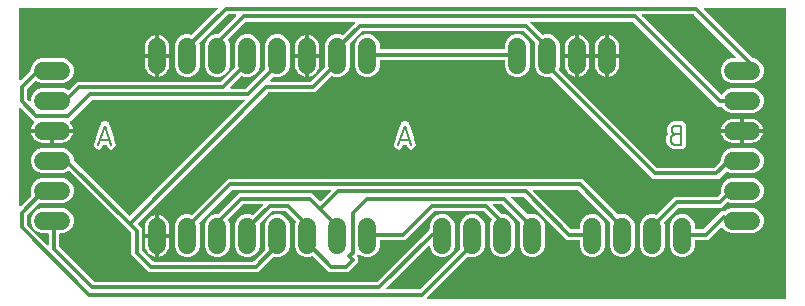
<source format=gtl>
G04 EAGLE Gerber RS-274X export*
G75*
%MOMM*%
%FSLAX34Y34*%
%LPD*%
%INBottom Copper*%
%IPPOS*%
%AMOC8*
5,1,8,0,0,1.08239X$1,22.5*%
G01*
%ADD10C,0.152400*%
%ADD11C,1.524000*%
%ADD12C,0.304800*%

G36*
X658898Y73664D02*
X658898Y73664D01*
X658917Y73662D01*
X659019Y73684D01*
X659121Y73700D01*
X659138Y73710D01*
X659158Y73714D01*
X659247Y73767D01*
X659338Y73816D01*
X659352Y73830D01*
X659369Y73840D01*
X659436Y73919D01*
X659508Y73994D01*
X659516Y74012D01*
X659529Y74027D01*
X659568Y74123D01*
X659611Y74217D01*
X659613Y74237D01*
X659621Y74255D01*
X659639Y74422D01*
X659639Y319178D01*
X659636Y319198D01*
X659638Y319217D01*
X659616Y319319D01*
X659600Y319421D01*
X659590Y319438D01*
X659586Y319458D01*
X659533Y319547D01*
X659484Y319638D01*
X659470Y319652D01*
X659460Y319669D01*
X659381Y319736D01*
X659306Y319808D01*
X659288Y319816D01*
X659273Y319829D01*
X659177Y319868D01*
X659083Y319911D01*
X659063Y319913D01*
X659045Y319921D01*
X658878Y319939D01*
X590573Y319939D01*
X590503Y319928D01*
X590431Y319926D01*
X590382Y319908D01*
X590331Y319900D01*
X590267Y319866D01*
X590200Y319841D01*
X590159Y319809D01*
X590113Y319784D01*
X590064Y319732D01*
X590008Y319688D01*
X589980Y319644D01*
X589944Y319606D01*
X589914Y319541D01*
X589875Y319481D01*
X589862Y319430D01*
X589840Y319383D01*
X589832Y319312D01*
X589815Y319242D01*
X589819Y319190D01*
X589813Y319139D01*
X589828Y319068D01*
X589834Y318997D01*
X589854Y318949D01*
X589865Y318898D01*
X589902Y318837D01*
X589930Y318771D01*
X589975Y318715D01*
X589992Y318687D01*
X590009Y318672D01*
X590035Y318640D01*
X629559Y279116D01*
X631083Y277592D01*
X631157Y277539D01*
X631227Y277479D01*
X631257Y277467D01*
X631283Y277448D01*
X631370Y277421D01*
X631455Y277387D01*
X631496Y277383D01*
X631518Y277376D01*
X631550Y277377D01*
X631621Y277369D01*
X632042Y277369D01*
X635963Y275745D01*
X638965Y272743D01*
X640589Y268822D01*
X640589Y264578D01*
X638965Y260657D01*
X635963Y257655D01*
X632042Y256031D01*
X612558Y256031D01*
X608637Y257655D01*
X605635Y260657D01*
X604011Y264578D01*
X604011Y268822D01*
X605635Y272743D01*
X608637Y275745D01*
X612558Y277369D01*
X616535Y277369D01*
X616605Y277380D01*
X616677Y277382D01*
X616726Y277400D01*
X616777Y277408D01*
X616841Y277442D01*
X616908Y277467D01*
X616949Y277499D01*
X616995Y277524D01*
X617044Y277576D01*
X617100Y277620D01*
X617128Y277664D01*
X617164Y277702D01*
X617194Y277767D01*
X617233Y277827D01*
X617246Y277878D01*
X617268Y277925D01*
X617276Y277996D01*
X617293Y278066D01*
X617289Y278118D01*
X617295Y278169D01*
X617280Y278240D01*
X617274Y278311D01*
X617254Y278359D01*
X617243Y278410D01*
X617206Y278471D01*
X617178Y278537D01*
X617133Y278593D01*
X617116Y278621D01*
X617099Y278636D01*
X617073Y278668D01*
X581513Y314228D01*
X581439Y314281D01*
X581369Y314341D01*
X581339Y314353D01*
X581313Y314372D01*
X581226Y314399D01*
X581141Y314433D01*
X581100Y314437D01*
X581078Y314444D01*
X581046Y314443D01*
X580975Y314451D01*
X538149Y314451D01*
X538079Y314440D01*
X538007Y314438D01*
X537958Y314420D01*
X537907Y314412D01*
X537843Y314378D01*
X537776Y314353D01*
X537735Y314321D01*
X537689Y314296D01*
X537640Y314244D01*
X537584Y314200D01*
X537556Y314156D01*
X537520Y314118D01*
X537490Y314053D01*
X537451Y313993D01*
X537438Y313942D01*
X537416Y313895D01*
X537408Y313824D01*
X537391Y313754D01*
X537395Y313702D01*
X537389Y313651D01*
X537404Y313580D01*
X537410Y313509D01*
X537430Y313461D01*
X537441Y313410D01*
X537478Y313349D01*
X537506Y313283D01*
X537551Y313227D01*
X537568Y313199D01*
X537585Y313184D01*
X537611Y313152D01*
X604181Y246582D01*
X604218Y246555D01*
X604249Y246521D01*
X604317Y246484D01*
X604381Y246438D01*
X604424Y246425D01*
X604465Y246403D01*
X604541Y246389D01*
X604616Y246366D01*
X604662Y246367D01*
X604707Y246359D01*
X604784Y246370D01*
X604862Y246372D01*
X604905Y246388D01*
X604950Y246395D01*
X605020Y246430D01*
X605093Y246457D01*
X605128Y246486D01*
X605169Y246506D01*
X605224Y246562D01*
X605285Y246611D01*
X605309Y246649D01*
X605342Y246682D01*
X605408Y246802D01*
X605418Y246818D01*
X605419Y246822D01*
X605422Y246829D01*
X605635Y247343D01*
X608637Y250345D01*
X612558Y251969D01*
X632042Y251969D01*
X635963Y250345D01*
X638965Y247343D01*
X640589Y243422D01*
X640589Y239178D01*
X638965Y235257D01*
X635963Y232255D01*
X632042Y230631D01*
X612558Y230631D01*
X608637Y232255D01*
X605635Y235257D01*
X605431Y235749D01*
X605370Y235849D01*
X605310Y235949D01*
X605305Y235953D01*
X605302Y235958D01*
X605212Y236033D01*
X605123Y236109D01*
X605117Y236111D01*
X605112Y236115D01*
X605004Y236157D01*
X604895Y236201D01*
X604887Y236202D01*
X604883Y236203D01*
X604864Y236204D01*
X604728Y236219D01*
X601610Y236219D01*
X529697Y308132D01*
X529623Y308185D01*
X529553Y308245D01*
X529523Y308257D01*
X529497Y308276D01*
X529410Y308303D01*
X529325Y308337D01*
X529284Y308341D01*
X529262Y308348D01*
X529230Y308347D01*
X529159Y308355D01*
X443661Y308355D01*
X443591Y308344D01*
X443519Y308342D01*
X443470Y308324D01*
X443419Y308316D01*
X443355Y308282D01*
X443288Y308257D01*
X443247Y308225D01*
X443201Y308200D01*
X443152Y308149D01*
X443096Y308104D01*
X443068Y308060D01*
X443032Y308022D01*
X443002Y307957D01*
X442963Y307897D01*
X442950Y307846D01*
X442928Y307799D01*
X442920Y307728D01*
X442903Y307658D01*
X442907Y307606D01*
X442901Y307555D01*
X442916Y307484D01*
X442922Y307413D01*
X442942Y307365D01*
X442953Y307314D01*
X442990Y307253D01*
X443018Y307187D01*
X443063Y307131D01*
X443080Y307103D01*
X443097Y307088D01*
X443123Y307056D01*
X452888Y297290D01*
X452983Y297222D01*
X453077Y297153D01*
X453083Y297151D01*
X453088Y297147D01*
X453200Y297113D01*
X453311Y297076D01*
X453317Y297076D01*
X453323Y297075D01*
X453440Y297078D01*
X453557Y297079D01*
X453564Y297081D01*
X453569Y297081D01*
X453587Y297087D01*
X453718Y297125D01*
X455078Y297689D01*
X459322Y297689D01*
X463243Y296065D01*
X466245Y293063D01*
X467869Y289142D01*
X467869Y269658D01*
X467305Y268298D01*
X467279Y268184D01*
X467250Y268071D01*
X467251Y268065D01*
X467249Y268059D01*
X467260Y267942D01*
X467269Y267826D01*
X467272Y267820D01*
X467272Y267814D01*
X467320Y267706D01*
X467366Y267599D01*
X467370Y267593D01*
X467372Y267589D01*
X467385Y267575D01*
X467470Y267468D01*
X550311Y184628D01*
X550385Y184575D01*
X550455Y184515D01*
X550485Y184503D01*
X550511Y184484D01*
X550598Y184457D01*
X550683Y184423D01*
X550724Y184419D01*
X550746Y184412D01*
X550778Y184413D01*
X550849Y184405D01*
X598247Y184405D01*
X598337Y184419D01*
X598428Y184427D01*
X598457Y184439D01*
X598489Y184444D01*
X598570Y184487D01*
X598654Y184523D01*
X598686Y184549D01*
X598707Y184560D01*
X598729Y184583D01*
X598785Y184628D01*
X603788Y189631D01*
X603836Y189697D01*
X603842Y189704D01*
X603844Y189708D01*
X603901Y189775D01*
X603913Y189805D01*
X603932Y189831D01*
X603959Y189918D01*
X603993Y190003D01*
X603997Y190044D01*
X604004Y190066D01*
X604003Y190098D01*
X604011Y190169D01*
X604011Y192622D01*
X605635Y196543D01*
X608637Y199545D01*
X612558Y201169D01*
X632042Y201169D01*
X635963Y199545D01*
X638965Y196543D01*
X640589Y192622D01*
X640589Y188378D01*
X638965Y184457D01*
X635963Y181455D01*
X632042Y179831D01*
X612558Y179831D01*
X609043Y181287D01*
X608929Y181314D01*
X608816Y181343D01*
X608809Y181342D01*
X608803Y181343D01*
X608687Y181332D01*
X608570Y181323D01*
X608565Y181321D01*
X608558Y181320D01*
X608451Y181273D01*
X608344Y181227D01*
X608338Y181222D01*
X608334Y181220D01*
X608320Y181208D01*
X608213Y181122D01*
X602350Y175259D01*
X546746Y175259D01*
X460793Y261212D01*
X460699Y261279D01*
X460605Y261350D01*
X460599Y261352D01*
X460593Y261355D01*
X460483Y261390D01*
X460371Y261426D01*
X460364Y261426D01*
X460358Y261428D01*
X460242Y261425D01*
X460125Y261424D01*
X460118Y261422D01*
X460113Y261421D01*
X460095Y261415D01*
X459964Y261377D01*
X459322Y261111D01*
X455078Y261111D01*
X451157Y262735D01*
X448155Y265737D01*
X446531Y269658D01*
X446531Y289142D01*
X446797Y289784D01*
X446824Y289897D01*
X446852Y290011D01*
X446852Y290017D01*
X446853Y290023D01*
X446842Y290140D01*
X446833Y290256D01*
X446831Y290262D01*
X446830Y290268D01*
X446782Y290375D01*
X446737Y290482D01*
X446732Y290488D01*
X446730Y290493D01*
X446717Y290506D01*
X446632Y290613D01*
X437241Y300004D01*
X437167Y300057D01*
X437097Y300117D01*
X437067Y300129D01*
X437041Y300148D01*
X436954Y300175D01*
X436869Y300209D01*
X436828Y300213D01*
X436806Y300220D01*
X436774Y300219D01*
X436703Y300227D01*
X300913Y300227D01*
X300823Y300213D01*
X300732Y300205D01*
X300703Y300193D01*
X300671Y300188D01*
X300590Y300145D01*
X300506Y300109D01*
X300474Y300083D01*
X300453Y300072D01*
X300431Y300049D01*
X300375Y300004D01*
X290266Y289895D01*
X290198Y289801D01*
X290128Y289706D01*
X290126Y289700D01*
X290122Y289695D01*
X290088Y289584D01*
X290051Y289472D01*
X290052Y289466D01*
X290050Y289460D01*
X290053Y289343D01*
X290054Y289226D01*
X290056Y289219D01*
X290056Y289214D01*
X290062Y289197D01*
X290069Y289175D01*
X290069Y269658D01*
X288445Y265737D01*
X285443Y262735D01*
X281522Y261111D01*
X277278Y261111D01*
X275200Y261972D01*
X275086Y261999D01*
X274972Y262027D01*
X274966Y262027D01*
X274960Y262028D01*
X274843Y262017D01*
X274727Y262008D01*
X274721Y262006D01*
X274715Y262005D01*
X274608Y261957D01*
X274501Y261912D01*
X274495Y261907D01*
X274490Y261905D01*
X274477Y261893D01*
X274370Y261807D01*
X260974Y248411D01*
X221665Y248411D01*
X221575Y248397D01*
X221484Y248389D01*
X221455Y248377D01*
X221423Y248372D01*
X221342Y248329D01*
X221258Y248293D01*
X221226Y248267D01*
X221205Y248256D01*
X221183Y248233D01*
X221127Y248188D01*
X110637Y137698D01*
X110626Y137682D01*
X110610Y137670D01*
X110554Y137582D01*
X110494Y137499D01*
X110488Y137480D01*
X110477Y137463D01*
X110452Y137362D01*
X110421Y137263D01*
X110422Y137244D01*
X110417Y137224D01*
X110425Y137121D01*
X110428Y137018D01*
X110434Y136999D01*
X110436Y136979D01*
X110476Y136884D01*
X110512Y136787D01*
X110525Y136771D01*
X110532Y136753D01*
X110637Y136622D01*
X114301Y132958D01*
X114301Y114985D01*
X114315Y114895D01*
X114323Y114804D01*
X114335Y114775D01*
X114340Y114743D01*
X114383Y114662D01*
X114419Y114578D01*
X114445Y114546D01*
X114456Y114525D01*
X114479Y114503D01*
X114524Y114447D01*
X123591Y105380D01*
X123665Y105327D01*
X123735Y105267D01*
X123765Y105255D01*
X123791Y105236D01*
X123878Y105209D01*
X123963Y105175D01*
X124004Y105171D01*
X124026Y105164D01*
X124058Y105165D01*
X124129Y105157D01*
X208103Y105157D01*
X208193Y105171D01*
X208284Y105179D01*
X208313Y105191D01*
X208345Y105196D01*
X208426Y105239D01*
X208510Y105275D01*
X208542Y105301D01*
X208563Y105312D01*
X208585Y105335D01*
X208641Y105380D01*
X218330Y115068D01*
X218398Y115164D01*
X218467Y115257D01*
X218469Y115263D01*
X218473Y115268D01*
X218507Y115380D01*
X218544Y115491D01*
X218544Y115497D01*
X218545Y115503D01*
X218542Y115620D01*
X218541Y115737D01*
X218539Y115744D01*
X218539Y115749D01*
X218533Y115766D01*
X218495Y115898D01*
X217931Y117258D01*
X217931Y136742D01*
X219555Y140663D01*
X222557Y143665D01*
X226478Y145289D01*
X230722Y145289D01*
X234643Y143665D01*
X237645Y140663D01*
X239269Y136742D01*
X239269Y117258D01*
X237645Y113337D01*
X234643Y110335D01*
X230722Y108711D01*
X226478Y108711D01*
X225836Y108977D01*
X225723Y109004D01*
X225609Y109032D01*
X225603Y109032D01*
X225597Y109033D01*
X225480Y109022D01*
X225364Y109013D01*
X225358Y109011D01*
X225352Y109010D01*
X225245Y108962D01*
X225138Y108917D01*
X225132Y108912D01*
X225127Y108910D01*
X225114Y108897D01*
X225007Y108812D01*
X212206Y96011D01*
X120026Y96011D01*
X105155Y110882D01*
X105155Y128855D01*
X105141Y128945D01*
X105133Y129036D01*
X105121Y129065D01*
X105116Y129097D01*
X105073Y129178D01*
X105037Y129262D01*
X105011Y129294D01*
X105000Y129315D01*
X104977Y129337D01*
X104932Y129393D01*
X101961Y132364D01*
X52855Y181470D01*
X52839Y181482D01*
X52826Y181498D01*
X52739Y181554D01*
X52655Y181614D01*
X52636Y181620D01*
X52619Y181631D01*
X52519Y181656D01*
X52420Y181686D01*
X52400Y181686D01*
X52381Y181691D01*
X52278Y181683D01*
X52174Y181680D01*
X52155Y181673D01*
X52136Y181671D01*
X52041Y181631D01*
X51943Y181595D01*
X51927Y181583D01*
X51909Y181575D01*
X51778Y181470D01*
X51763Y181455D01*
X47842Y179831D01*
X28358Y179831D01*
X24437Y181455D01*
X21435Y184457D01*
X19811Y188378D01*
X19811Y192622D01*
X21435Y196543D01*
X24437Y199545D01*
X28358Y201169D01*
X47842Y201169D01*
X51763Y199545D01*
X54765Y196543D01*
X56389Y192622D01*
X56389Y191185D01*
X56403Y191095D01*
X56411Y191004D01*
X56423Y190975D01*
X56428Y190943D01*
X56471Y190862D01*
X56507Y190778D01*
X56533Y190746D01*
X56544Y190725D01*
X56567Y190703D01*
X56612Y190647D01*
X103094Y144165D01*
X103110Y144154D01*
X103122Y144138D01*
X103210Y144082D01*
X103293Y144022D01*
X103312Y144016D01*
X103329Y144005D01*
X103430Y143980D01*
X103529Y143949D01*
X103548Y143950D01*
X103568Y143945D01*
X103671Y143953D01*
X103774Y143956D01*
X103793Y143962D01*
X103813Y143964D01*
X103908Y144004D01*
X104005Y144040D01*
X104021Y144053D01*
X104039Y144060D01*
X104170Y144165D01*
X201021Y241016D01*
X201063Y241074D01*
X201112Y241126D01*
X201134Y241173D01*
X201164Y241215D01*
X201186Y241284D01*
X201216Y241349D01*
X201222Y241401D01*
X201237Y241451D01*
X201235Y241522D01*
X201243Y241593D01*
X201232Y241644D01*
X201230Y241696D01*
X201206Y241764D01*
X201191Y241834D01*
X201164Y241878D01*
X201146Y241927D01*
X201101Y241983D01*
X201064Y242045D01*
X201025Y242079D01*
X200992Y242119D01*
X200932Y242158D01*
X200878Y242205D01*
X200829Y242224D01*
X200785Y242252D01*
X200716Y242270D01*
X200649Y242297D01*
X200578Y242305D01*
X200547Y242313D01*
X200524Y242311D01*
X200483Y242315D01*
X72313Y242315D01*
X72223Y242301D01*
X72132Y242293D01*
X72103Y242281D01*
X72071Y242276D01*
X71990Y242233D01*
X71906Y242197D01*
X71874Y242171D01*
X71853Y242160D01*
X71831Y242137D01*
X71775Y242092D01*
X53698Y224015D01*
X53658Y224014D01*
X53609Y223996D01*
X53557Y223988D01*
X53494Y223954D01*
X53427Y223929D01*
X53386Y223897D01*
X53340Y223872D01*
X53291Y223821D01*
X53234Y223776D01*
X53206Y223732D01*
X53170Y223694D01*
X53140Y223629D01*
X53102Y223569D01*
X53089Y223518D01*
X53067Y223471D01*
X53059Y223400D01*
X53041Y223330D01*
X53046Y223278D01*
X53040Y223227D01*
X53055Y223156D01*
X53061Y223085D01*
X53081Y223037D01*
X53092Y222986D01*
X53129Y222925D01*
X53157Y222859D01*
X53202Y222803D01*
X53218Y222775D01*
X53236Y222760D01*
X53262Y222728D01*
X53470Y222519D01*
X54410Y221225D01*
X55136Y219800D01*
X55631Y218279D01*
X55766Y217423D01*
X38862Y217423D01*
X38842Y217420D01*
X38823Y217422D01*
X38721Y217400D01*
X38619Y217383D01*
X38602Y217374D01*
X38582Y217370D01*
X38493Y217317D01*
X38402Y217268D01*
X38388Y217254D01*
X38371Y217244D01*
X38304Y217165D01*
X38233Y217090D01*
X38224Y217072D01*
X38211Y217057D01*
X38173Y216961D01*
X38129Y216867D01*
X38127Y216847D01*
X38119Y216829D01*
X38101Y216662D01*
X38101Y215899D01*
X38099Y215899D01*
X38099Y216662D01*
X38096Y216682D01*
X38098Y216701D01*
X38076Y216803D01*
X38059Y216905D01*
X38050Y216922D01*
X38046Y216942D01*
X37993Y217031D01*
X37944Y217122D01*
X37930Y217136D01*
X37920Y217153D01*
X37841Y217220D01*
X37766Y217291D01*
X37748Y217300D01*
X37733Y217313D01*
X37637Y217352D01*
X37543Y217395D01*
X37523Y217397D01*
X37505Y217405D01*
X37338Y217423D01*
X20434Y217423D01*
X20569Y218279D01*
X21064Y219800D01*
X21790Y221225D01*
X22730Y222519D01*
X22938Y222728D01*
X22980Y222786D01*
X23030Y222838D01*
X23051Y222885D01*
X23082Y222927D01*
X23103Y222996D01*
X23133Y223061D01*
X23139Y223113D01*
X23154Y223163D01*
X23152Y223234D01*
X23160Y223305D01*
X23149Y223356D01*
X23148Y223408D01*
X23123Y223476D01*
X23108Y223546D01*
X23081Y223591D01*
X23063Y223639D01*
X23019Y223695D01*
X22982Y223757D01*
X22942Y223791D01*
X22910Y223831D01*
X22849Y223870D01*
X22795Y223917D01*
X22747Y223936D01*
X22703Y223964D01*
X22633Y223982D01*
X22567Y224009D01*
X22501Y224016D01*
X19588Y226929D01*
X11460Y235057D01*
X11402Y235099D01*
X11350Y235148D01*
X11303Y235170D01*
X11261Y235200D01*
X11192Y235222D01*
X11127Y235252D01*
X11075Y235257D01*
X11025Y235273D01*
X10954Y235271D01*
X10883Y235279D01*
X10832Y235268D01*
X10780Y235266D01*
X10712Y235242D01*
X10642Y235227D01*
X10597Y235200D01*
X10549Y235182D01*
X10493Y235137D01*
X10431Y235100D01*
X10397Y235061D01*
X10357Y235028D01*
X10318Y234968D01*
X10271Y234914D01*
X10252Y234865D01*
X10224Y234821D01*
X10206Y234752D01*
X10179Y234685D01*
X10171Y234614D01*
X10163Y234583D01*
X10165Y234560D01*
X10161Y234519D01*
X10161Y152577D01*
X10172Y152507D01*
X10174Y152435D01*
X10192Y152386D01*
X10200Y152335D01*
X10234Y152271D01*
X10259Y152204D01*
X10291Y152163D01*
X10316Y152117D01*
X10367Y152068D01*
X10412Y152012D01*
X10456Y151984D01*
X10494Y151948D01*
X10559Y151918D01*
X10619Y151879D01*
X10670Y151866D01*
X10717Y151844D01*
X10788Y151836D01*
X10858Y151819D01*
X10910Y151823D01*
X10961Y151817D01*
X11032Y151832D01*
X11103Y151838D01*
X11151Y151858D01*
X11202Y151869D01*
X11263Y151906D01*
X11329Y151934D01*
X11385Y151979D01*
X11413Y151996D01*
X11428Y152013D01*
X11460Y152039D01*
X20210Y160788D01*
X20278Y160883D01*
X20347Y160977D01*
X20349Y160983D01*
X20353Y160988D01*
X20387Y161100D01*
X20424Y161211D01*
X20424Y161217D01*
X20425Y161223D01*
X20422Y161340D01*
X20421Y161457D01*
X20419Y161464D01*
X20419Y161469D01*
X20413Y161487D01*
X20375Y161618D01*
X19811Y162978D01*
X19811Y167222D01*
X21435Y171143D01*
X24437Y174145D01*
X28358Y175769D01*
X47842Y175769D01*
X51763Y174145D01*
X54765Y171143D01*
X56389Y167222D01*
X56389Y162978D01*
X54765Y159057D01*
X51763Y156055D01*
X47842Y154431D01*
X28358Y154431D01*
X27716Y154697D01*
X27603Y154724D01*
X27489Y154752D01*
X27483Y154752D01*
X27477Y154753D01*
X27360Y154742D01*
X27244Y154733D01*
X27238Y154731D01*
X27232Y154730D01*
X27124Y154682D01*
X27018Y154637D01*
X27012Y154632D01*
X27007Y154630D01*
X26994Y154617D01*
X26887Y154532D01*
X16988Y144633D01*
X16935Y144559D01*
X16875Y144489D01*
X16863Y144459D01*
X16844Y144433D01*
X16817Y144346D01*
X16783Y144261D01*
X16779Y144220D01*
X16772Y144198D01*
X16773Y144166D01*
X16765Y144095D01*
X16765Y136321D01*
X16779Y136231D01*
X16787Y136140D01*
X16799Y136111D01*
X16804Y136079D01*
X16847Y135998D01*
X16883Y135914D01*
X16909Y135882D01*
X16920Y135861D01*
X16943Y135839D01*
X16988Y135783D01*
X33752Y119019D01*
X33810Y118977D01*
X33862Y118928D01*
X33909Y118906D01*
X33951Y118876D01*
X34020Y118854D01*
X34085Y118824D01*
X34137Y118818D01*
X34187Y118803D01*
X34258Y118805D01*
X34329Y118797D01*
X34380Y118808D01*
X34432Y118810D01*
X34500Y118834D01*
X34570Y118849D01*
X34615Y118876D01*
X34663Y118894D01*
X34719Y118939D01*
X34781Y118976D01*
X34815Y119015D01*
X34855Y119048D01*
X34894Y119108D01*
X34941Y119162D01*
X34960Y119211D01*
X34988Y119255D01*
X35006Y119324D01*
X35033Y119391D01*
X35041Y119462D01*
X35049Y119493D01*
X35047Y119516D01*
X35051Y119557D01*
X35051Y128270D01*
X35048Y128290D01*
X35050Y128309D01*
X35028Y128411D01*
X35012Y128513D01*
X35002Y128530D01*
X34998Y128550D01*
X34945Y128639D01*
X34896Y128730D01*
X34882Y128744D01*
X34872Y128761D01*
X34793Y128828D01*
X34718Y128900D01*
X34700Y128908D01*
X34685Y128921D01*
X34589Y128960D01*
X34495Y129003D01*
X34475Y129005D01*
X34457Y129013D01*
X34290Y129031D01*
X28358Y129031D01*
X24437Y130655D01*
X21435Y133657D01*
X19811Y137578D01*
X19811Y141822D01*
X21435Y145743D01*
X24437Y148745D01*
X28358Y150369D01*
X47842Y150369D01*
X51763Y148745D01*
X54765Y145743D01*
X56389Y141822D01*
X56389Y137578D01*
X54765Y133657D01*
X51763Y130655D01*
X47842Y129031D01*
X44958Y129031D01*
X44938Y129028D01*
X44919Y129030D01*
X44817Y129008D01*
X44715Y128992D01*
X44698Y128982D01*
X44678Y128978D01*
X44589Y128925D01*
X44498Y128876D01*
X44484Y128862D01*
X44467Y128852D01*
X44400Y128773D01*
X44328Y128698D01*
X44320Y128680D01*
X44307Y128665D01*
X44268Y128569D01*
X44225Y128475D01*
X44223Y128455D01*
X44215Y128437D01*
X44197Y128270D01*
X44197Y118033D01*
X44211Y117943D01*
X44219Y117852D01*
X44231Y117823D01*
X44236Y117791D01*
X44279Y117710D01*
X44315Y117626D01*
X44341Y117594D01*
X44352Y117573D01*
X44375Y117551D01*
X44420Y117495D01*
X73807Y88108D01*
X73881Y88055D01*
X73951Y87995D01*
X73981Y87983D01*
X74007Y87964D01*
X74094Y87937D01*
X74179Y87903D01*
X74220Y87899D01*
X74242Y87892D01*
X74274Y87893D01*
X74345Y87885D01*
X312751Y87885D01*
X312841Y87899D01*
X312932Y87907D01*
X312961Y87919D01*
X312993Y87924D01*
X313074Y87967D01*
X313158Y88003D01*
X313190Y88029D01*
X313211Y88040D01*
X313233Y88063D01*
X313289Y88108D01*
X357408Y132227D01*
X357461Y132301D01*
X357521Y132371D01*
X357533Y132401D01*
X357552Y132427D01*
X357579Y132514D01*
X357613Y132599D01*
X357617Y132640D01*
X357624Y132662D01*
X357623Y132694D01*
X357631Y132765D01*
X357631Y136742D01*
X359255Y140663D01*
X362257Y143665D01*
X366178Y145289D01*
X370422Y145289D01*
X374343Y143665D01*
X377345Y140663D01*
X378969Y136742D01*
X378969Y117258D01*
X377345Y113337D01*
X374343Y110335D01*
X370422Y108711D01*
X366178Y108711D01*
X362257Y110335D01*
X359255Y113337D01*
X357631Y117258D01*
X357631Y117679D01*
X357620Y117749D01*
X357618Y117821D01*
X357600Y117870D01*
X357592Y117921D01*
X357558Y117985D01*
X357533Y118052D01*
X357501Y118093D01*
X357476Y118139D01*
X357425Y118188D01*
X357380Y118244D01*
X357336Y118272D01*
X357298Y118308D01*
X357233Y118338D01*
X357173Y118377D01*
X357122Y118390D01*
X357075Y118412D01*
X357004Y118420D01*
X356934Y118437D01*
X356882Y118433D01*
X356831Y118439D01*
X356760Y118424D01*
X356689Y118418D01*
X356641Y118398D01*
X356590Y118387D01*
X356529Y118350D01*
X356463Y118322D01*
X356407Y118277D01*
X356379Y118260D01*
X356364Y118243D01*
X356332Y118217D01*
X321203Y83088D01*
X321161Y83030D01*
X321112Y82978D01*
X321090Y82931D01*
X321060Y82889D01*
X321038Y82820D01*
X321008Y82755D01*
X321002Y82703D01*
X320987Y82653D01*
X320989Y82582D01*
X320981Y82511D01*
X320992Y82460D01*
X320994Y82408D01*
X321018Y82340D01*
X321033Y82270D01*
X321060Y82226D01*
X321078Y82177D01*
X321123Y82121D01*
X321160Y82059D01*
X321199Y82025D01*
X321232Y81985D01*
X321292Y81946D01*
X321346Y81899D01*
X321395Y81880D01*
X321439Y81852D01*
X321508Y81834D01*
X321575Y81807D01*
X321646Y81799D01*
X321677Y81791D01*
X321700Y81793D01*
X321741Y81789D01*
X349327Y81789D01*
X349417Y81803D01*
X349508Y81811D01*
X349537Y81823D01*
X349569Y81828D01*
X349650Y81871D01*
X349734Y81907D01*
X349766Y81933D01*
X349787Y81944D01*
X349809Y81967D01*
X349865Y82012D01*
X383281Y115428D01*
X383348Y115522D01*
X383419Y115616D01*
X383421Y115622D01*
X383424Y115627D01*
X383458Y115738D01*
X383495Y115850D01*
X383495Y115856D01*
X383497Y115862D01*
X383494Y115979D01*
X383492Y116096D01*
X383490Y116103D01*
X383490Y116108D01*
X383484Y116126D01*
X383446Y116257D01*
X383031Y117258D01*
X383031Y136742D01*
X384655Y140663D01*
X387657Y143665D01*
X391578Y145289D01*
X395822Y145289D01*
X399743Y143665D01*
X402745Y140663D01*
X404369Y136742D01*
X404369Y117258D01*
X402745Y113337D01*
X399743Y110335D01*
X395822Y108711D01*
X391578Y108711D01*
X390577Y109126D01*
X390464Y109152D01*
X390350Y109181D01*
X390344Y109180D01*
X390338Y109182D01*
X390221Y109171D01*
X390105Y109162D01*
X390099Y109159D01*
X390093Y109159D01*
X389985Y109111D01*
X389879Y109066D01*
X389873Y109061D01*
X389868Y109059D01*
X389854Y109046D01*
X389748Y108961D01*
X356332Y75545D01*
X355747Y74960D01*
X355705Y74902D01*
X355656Y74850D01*
X355634Y74803D01*
X355604Y74761D01*
X355582Y74692D01*
X355552Y74627D01*
X355547Y74575D01*
X355531Y74525D01*
X355533Y74454D01*
X355525Y74383D01*
X355536Y74332D01*
X355538Y74280D01*
X355562Y74212D01*
X355577Y74142D01*
X355604Y74097D01*
X355622Y74049D01*
X355667Y73993D01*
X355704Y73931D01*
X355743Y73897D01*
X355776Y73857D01*
X355836Y73818D01*
X355890Y73771D01*
X355939Y73752D01*
X355983Y73724D01*
X356052Y73706D01*
X356119Y73679D01*
X356190Y73671D01*
X356221Y73663D01*
X356244Y73665D01*
X356285Y73661D01*
X658878Y73661D01*
X658898Y73664D01*
G37*
%LPC*%
G36*
X272426Y96011D02*
X272426Y96011D01*
X259030Y109407D01*
X258936Y109475D01*
X258841Y109545D01*
X258835Y109547D01*
X258830Y109551D01*
X258720Y109585D01*
X258608Y109621D01*
X258601Y109621D01*
X258595Y109623D01*
X258479Y109620D01*
X258362Y109619D01*
X258354Y109617D01*
X258349Y109617D01*
X258332Y109610D01*
X258200Y109572D01*
X256122Y108711D01*
X251878Y108711D01*
X247957Y110335D01*
X244955Y113337D01*
X243331Y117258D01*
X243331Y136742D01*
X244192Y138820D01*
X244219Y138934D01*
X244247Y139048D01*
X244247Y139054D01*
X244248Y139060D01*
X244237Y139177D01*
X244228Y139293D01*
X244226Y139298D01*
X244225Y139305D01*
X244181Y139403D01*
X244180Y139408D01*
X244176Y139415D01*
X244132Y139519D01*
X244127Y139525D01*
X244125Y139530D01*
X244113Y139543D01*
X244061Y139608D01*
X244054Y139619D01*
X244047Y139625D01*
X244027Y139650D01*
X236073Y147604D01*
X235999Y147657D01*
X235929Y147717D01*
X235899Y147729D01*
X235873Y147748D01*
X235786Y147775D01*
X235701Y147809D01*
X235660Y147813D01*
X235638Y147820D01*
X235606Y147819D01*
X235535Y147827D01*
X224713Y147827D01*
X224623Y147813D01*
X224532Y147805D01*
X224503Y147793D01*
X224471Y147788D01*
X224390Y147745D01*
X224306Y147709D01*
X224274Y147683D01*
X224253Y147672D01*
X224231Y147649D01*
X224175Y147604D01*
X214066Y137495D01*
X213998Y137401D01*
X213928Y137306D01*
X213926Y137300D01*
X213922Y137295D01*
X213888Y137184D01*
X213851Y137072D01*
X213852Y137066D01*
X213850Y137060D01*
X213853Y136943D01*
X213854Y136826D01*
X213856Y136819D01*
X213856Y136814D01*
X213862Y136797D01*
X213869Y136775D01*
X213869Y117258D01*
X212245Y113337D01*
X209243Y110335D01*
X205322Y108711D01*
X201078Y108711D01*
X197157Y110335D01*
X194155Y113337D01*
X192531Y117258D01*
X192531Y136742D01*
X194155Y140663D01*
X197157Y143665D01*
X201078Y145289D01*
X205322Y145289D01*
X207400Y144428D01*
X207514Y144401D01*
X207628Y144373D01*
X207634Y144373D01*
X207640Y144372D01*
X207757Y144383D01*
X207873Y144392D01*
X207878Y144394D01*
X207885Y144395D01*
X207992Y144443D01*
X208099Y144488D01*
X208105Y144493D01*
X208110Y144495D01*
X208123Y144507D01*
X208230Y144593D01*
X216261Y152624D01*
X216303Y152682D01*
X216352Y152734D01*
X216374Y152781D01*
X216404Y152823D01*
X216426Y152892D01*
X216456Y152957D01*
X216461Y153009D01*
X216477Y153059D01*
X216475Y153130D01*
X216483Y153201D01*
X216472Y153252D01*
X216470Y153304D01*
X216446Y153372D01*
X216431Y153442D01*
X216404Y153487D01*
X216386Y153535D01*
X216341Y153591D01*
X216304Y153653D01*
X216265Y153687D01*
X216232Y153727D01*
X216172Y153766D01*
X216118Y153813D01*
X216069Y153832D01*
X216025Y153860D01*
X215956Y153878D01*
X215889Y153905D01*
X215818Y153913D01*
X215787Y153921D01*
X215764Y153919D01*
X215723Y153923D01*
X200329Y153923D01*
X200239Y153909D01*
X200148Y153901D01*
X200119Y153889D01*
X200087Y153884D01*
X200006Y153841D01*
X199922Y153805D01*
X199890Y153779D01*
X199869Y153768D01*
X199847Y153745D01*
X199791Y153700D01*
X187178Y141087D01*
X187110Y140993D01*
X187040Y140898D01*
X187038Y140892D01*
X187034Y140887D01*
X187000Y140776D01*
X186964Y140664D01*
X186964Y140658D01*
X186962Y140652D01*
X186965Y140535D01*
X186966Y140418D01*
X186968Y140411D01*
X186968Y140406D01*
X186975Y140389D01*
X187013Y140257D01*
X188469Y136742D01*
X188469Y117258D01*
X186845Y113337D01*
X183843Y110335D01*
X179922Y108711D01*
X175678Y108711D01*
X171757Y110335D01*
X168755Y113337D01*
X167131Y117258D01*
X167131Y136742D01*
X168755Y140663D01*
X171757Y143665D01*
X175678Y145289D01*
X178131Y145289D01*
X178221Y145303D01*
X178312Y145311D01*
X178341Y145323D01*
X178373Y145328D01*
X178454Y145371D01*
X178538Y145407D01*
X178570Y145433D01*
X178591Y145444D01*
X178613Y145467D01*
X178669Y145512D01*
X196226Y163069D01*
X257926Y163069D01*
X264638Y156357D01*
X264654Y156345D01*
X264666Y156330D01*
X264754Y156274D01*
X264837Y156214D01*
X264856Y156208D01*
X264873Y156197D01*
X264974Y156172D01*
X265073Y156141D01*
X265092Y156142D01*
X265112Y156137D01*
X265215Y156145D01*
X265318Y156148D01*
X265337Y156154D01*
X265357Y156156D01*
X265452Y156196D01*
X265549Y156232D01*
X265565Y156245D01*
X265583Y156252D01*
X265714Y156357D01*
X274173Y164816D01*
X274215Y164874D01*
X274264Y164926D01*
X274286Y164973D01*
X274316Y165015D01*
X274338Y165084D01*
X274368Y165149D01*
X274373Y165201D01*
X274389Y165251D01*
X274387Y165322D01*
X274395Y165393D01*
X274384Y165444D01*
X274382Y165496D01*
X274358Y165564D01*
X274343Y165634D01*
X274316Y165679D01*
X274298Y165727D01*
X274253Y165783D01*
X274216Y165845D01*
X274177Y165879D01*
X274144Y165919D01*
X274084Y165958D01*
X274030Y166005D01*
X273981Y166024D01*
X273937Y166052D01*
X273868Y166070D01*
X273801Y166097D01*
X273730Y166105D01*
X273699Y166113D01*
X273676Y166111D01*
X273635Y166115D01*
X191185Y166115D01*
X191095Y166101D01*
X191004Y166093D01*
X190975Y166081D01*
X190943Y166076D01*
X190862Y166033D01*
X190778Y165997D01*
X190746Y165971D01*
X190725Y165960D01*
X190703Y165937D01*
X190647Y165892D01*
X162968Y138213D01*
X162901Y138119D01*
X162830Y138025D01*
X162828Y138019D01*
X162825Y138013D01*
X162790Y137903D01*
X162754Y137791D01*
X162754Y137784D01*
X162752Y137778D01*
X162755Y137662D01*
X162756Y137545D01*
X162758Y137538D01*
X162759Y137533D01*
X162765Y137515D01*
X162803Y137384D01*
X163069Y136742D01*
X163069Y117258D01*
X161445Y113337D01*
X158443Y110335D01*
X154522Y108711D01*
X150278Y108711D01*
X146357Y110335D01*
X143355Y113337D01*
X141731Y117258D01*
X141731Y136742D01*
X143355Y140663D01*
X146357Y143665D01*
X150278Y145289D01*
X154522Y145289D01*
X155882Y144725D01*
X155996Y144699D01*
X156109Y144670D01*
X156115Y144671D01*
X156121Y144669D01*
X156238Y144680D01*
X156354Y144689D01*
X156360Y144692D01*
X156366Y144692D01*
X156474Y144740D01*
X156581Y144786D01*
X156587Y144790D01*
X156591Y144792D01*
X156605Y144805D01*
X156712Y144890D01*
X184180Y172359D01*
X187082Y175261D01*
X486526Y175261D01*
X516748Y145039D01*
X516842Y144972D01*
X516936Y144901D01*
X516942Y144899D01*
X516947Y144896D01*
X517058Y144862D01*
X517170Y144825D01*
X517176Y144825D01*
X517182Y144823D01*
X517299Y144826D01*
X517416Y144828D01*
X517423Y144830D01*
X517428Y144830D01*
X517446Y144836D01*
X517577Y144874D01*
X518578Y145289D01*
X522822Y145289D01*
X526743Y143665D01*
X529745Y140663D01*
X531369Y136742D01*
X531369Y117258D01*
X529745Y113337D01*
X526743Y110335D01*
X522822Y108711D01*
X518578Y108711D01*
X514657Y110335D01*
X511655Y113337D01*
X510031Y117258D01*
X510031Y136742D01*
X510446Y137743D01*
X510472Y137856D01*
X510501Y137970D01*
X510500Y137976D01*
X510502Y137982D01*
X510491Y138099D01*
X510482Y138215D01*
X510479Y138221D01*
X510479Y138227D01*
X510431Y138335D01*
X510386Y138441D01*
X510381Y138447D01*
X510379Y138452D01*
X510366Y138466D01*
X510281Y138572D01*
X482961Y165892D01*
X482887Y165945D01*
X482817Y166005D01*
X482787Y166017D01*
X482761Y166036D01*
X482674Y166063D01*
X482589Y166097D01*
X482548Y166101D01*
X482526Y166108D01*
X482494Y166107D01*
X482423Y166115D01*
X445693Y166115D01*
X445623Y166104D01*
X445551Y166102D01*
X445502Y166084D01*
X445451Y166076D01*
X445387Y166042D01*
X445320Y166017D01*
X445279Y165985D01*
X445233Y165960D01*
X445184Y165908D01*
X445128Y165864D01*
X445100Y165820D01*
X445064Y165782D01*
X445034Y165717D01*
X444995Y165657D01*
X444982Y165606D01*
X444960Y165559D01*
X444952Y165488D01*
X444935Y165418D01*
X444939Y165366D01*
X444933Y165315D01*
X444948Y165244D01*
X444954Y165173D01*
X444974Y165125D01*
X444985Y165074D01*
X445022Y165013D01*
X445050Y164947D01*
X445095Y164891D01*
X445112Y164863D01*
X445129Y164848D01*
X445155Y164816D01*
X477159Y132812D01*
X477233Y132759D01*
X477303Y132699D01*
X477333Y132687D01*
X477359Y132668D01*
X477446Y132641D01*
X477531Y132607D01*
X477572Y132603D01*
X477594Y132596D01*
X477626Y132597D01*
X477697Y132589D01*
X483870Y132589D01*
X483890Y132592D01*
X483909Y132590D01*
X484011Y132612D01*
X484113Y132628D01*
X484130Y132638D01*
X484150Y132642D01*
X484239Y132695D01*
X484330Y132744D01*
X484344Y132758D01*
X484361Y132768D01*
X484428Y132847D01*
X484500Y132922D01*
X484508Y132940D01*
X484521Y132955D01*
X484560Y133051D01*
X484603Y133145D01*
X484605Y133165D01*
X484613Y133183D01*
X484631Y133350D01*
X484631Y136742D01*
X486255Y140663D01*
X489257Y143665D01*
X493178Y145289D01*
X497422Y145289D01*
X501343Y143665D01*
X504345Y140663D01*
X505969Y136742D01*
X505969Y117258D01*
X504345Y113337D01*
X501343Y110335D01*
X497422Y108711D01*
X493178Y108711D01*
X489257Y110335D01*
X486255Y113337D01*
X484631Y117258D01*
X484631Y122682D01*
X484628Y122702D01*
X484630Y122721D01*
X484608Y122823D01*
X484592Y122925D01*
X484582Y122942D01*
X484578Y122962D01*
X484525Y123051D01*
X484476Y123142D01*
X484462Y123156D01*
X484452Y123173D01*
X484373Y123240D01*
X484298Y123312D01*
X484280Y123320D01*
X484265Y123333D01*
X484169Y123372D01*
X484075Y123415D01*
X484055Y123417D01*
X484037Y123425D01*
X483870Y123443D01*
X473594Y123443D01*
X437241Y159796D01*
X437167Y159849D01*
X437097Y159909D01*
X437067Y159921D01*
X437041Y159940D01*
X436954Y159967D01*
X436869Y160001D01*
X436828Y160005D01*
X436806Y160012D01*
X436774Y160011D01*
X436703Y160019D01*
X427405Y160019D01*
X427335Y160008D01*
X427263Y160006D01*
X427214Y159988D01*
X427163Y159980D01*
X427099Y159946D01*
X427032Y159921D01*
X426991Y159889D01*
X426945Y159864D01*
X426896Y159813D01*
X426840Y159768D01*
X426812Y159724D01*
X426776Y159686D01*
X426746Y159621D01*
X426707Y159561D01*
X426694Y159510D01*
X426672Y159463D01*
X426664Y159392D01*
X426647Y159322D01*
X426651Y159270D01*
X426645Y159219D01*
X426660Y159148D01*
X426666Y159077D01*
X426686Y159029D01*
X426697Y158978D01*
X426734Y158917D01*
X426762Y158851D01*
X426807Y158795D01*
X426824Y158767D01*
X426841Y158752D01*
X426867Y158720D01*
X440548Y145039D01*
X440642Y144972D01*
X440736Y144901D01*
X440742Y144899D01*
X440747Y144896D01*
X440858Y144862D01*
X440970Y144825D01*
X440976Y144825D01*
X440982Y144823D01*
X441099Y144826D01*
X441216Y144828D01*
X441223Y144830D01*
X441228Y144830D01*
X441246Y144836D01*
X441377Y144874D01*
X442378Y145289D01*
X446622Y145289D01*
X450543Y143665D01*
X453545Y140663D01*
X455169Y136742D01*
X455169Y117258D01*
X453545Y113337D01*
X450543Y110335D01*
X446622Y108711D01*
X442378Y108711D01*
X438457Y110335D01*
X435455Y113337D01*
X433831Y117258D01*
X433831Y136742D01*
X434246Y137743D01*
X434272Y137856D01*
X434301Y137970D01*
X434300Y137976D01*
X434302Y137982D01*
X434291Y138099D01*
X434282Y138215D01*
X434279Y138221D01*
X434279Y138227D01*
X434231Y138335D01*
X434186Y138441D01*
X434181Y138447D01*
X434179Y138452D01*
X434166Y138466D01*
X434081Y138572D01*
X418953Y153700D01*
X418879Y153753D01*
X418809Y153813D01*
X418779Y153825D01*
X418753Y153844D01*
X418666Y153871D01*
X418581Y153905D01*
X418540Y153909D01*
X418518Y153916D01*
X418486Y153915D01*
X418415Y153923D01*
X412165Y153923D01*
X412095Y153912D01*
X412023Y153910D01*
X411974Y153892D01*
X411923Y153884D01*
X411859Y153850D01*
X411792Y153825D01*
X411751Y153793D01*
X411705Y153768D01*
X411656Y153717D01*
X411600Y153672D01*
X411572Y153628D01*
X411536Y153590D01*
X411506Y153525D01*
X411467Y153465D01*
X411454Y153414D01*
X411432Y153367D01*
X411424Y153296D01*
X411407Y153226D01*
X411411Y153174D01*
X411405Y153123D01*
X411420Y153052D01*
X411426Y152981D01*
X411446Y152933D01*
X411457Y152882D01*
X411494Y152821D01*
X411522Y152755D01*
X411567Y152699D01*
X411584Y152671D01*
X411601Y152656D01*
X411627Y152624D01*
X418739Y145512D01*
X418813Y145459D01*
X418883Y145399D01*
X418913Y145387D01*
X418939Y145368D01*
X419026Y145341D01*
X419111Y145307D01*
X419152Y145303D01*
X419174Y145296D01*
X419206Y145297D01*
X419277Y145289D01*
X421222Y145289D01*
X425143Y143665D01*
X428145Y140663D01*
X429769Y136742D01*
X429769Y117258D01*
X428145Y113337D01*
X425143Y110335D01*
X421222Y108711D01*
X416978Y108711D01*
X413057Y110335D01*
X410055Y113337D01*
X408431Y117258D01*
X408431Y136742D01*
X410036Y140617D01*
X410063Y140730D01*
X410091Y140844D01*
X410091Y140850D01*
X410092Y140856D01*
X410081Y140973D01*
X410072Y141089D01*
X410070Y141095D01*
X410069Y141101D01*
X410021Y141208D01*
X409976Y141315D01*
X409971Y141321D01*
X409969Y141326D01*
X409956Y141339D01*
X409871Y141446D01*
X403713Y147604D01*
X403639Y147657D01*
X403569Y147717D01*
X403539Y147729D01*
X403513Y147748D01*
X403426Y147775D01*
X403341Y147809D01*
X403300Y147813D01*
X403278Y147820D01*
X403246Y147819D01*
X403175Y147827D01*
X361873Y147827D01*
X361783Y147813D01*
X361692Y147805D01*
X361663Y147793D01*
X361631Y147788D01*
X361550Y147745D01*
X361466Y147709D01*
X361434Y147683D01*
X361413Y147672D01*
X361391Y147649D01*
X361335Y147604D01*
X340076Y126345D01*
X337174Y123443D01*
X316230Y123443D01*
X316210Y123440D01*
X316191Y123442D01*
X316089Y123420D01*
X315987Y123404D01*
X315970Y123394D01*
X315950Y123390D01*
X315861Y123337D01*
X315770Y123288D01*
X315756Y123274D01*
X315739Y123264D01*
X315672Y123185D01*
X315600Y123110D01*
X315592Y123092D01*
X315579Y123077D01*
X315540Y122981D01*
X315497Y122887D01*
X315495Y122867D01*
X315487Y122849D01*
X315469Y122682D01*
X315469Y117258D01*
X313845Y113337D01*
X310843Y110335D01*
X306922Y108711D01*
X302678Y108711D01*
X298757Y110335D01*
X298234Y110858D01*
X298218Y110870D01*
X298205Y110886D01*
X298118Y110942D01*
X298034Y111002D01*
X298015Y111008D01*
X297998Y111019D01*
X297898Y111044D01*
X297799Y111074D01*
X297779Y111074D01*
X297760Y111079D01*
X297657Y111071D01*
X297553Y111068D01*
X297534Y111061D01*
X297514Y111059D01*
X297420Y111019D01*
X297322Y110983D01*
X297306Y110971D01*
X297288Y110963D01*
X297157Y110858D01*
X296565Y110266D01*
X296554Y110250D01*
X296538Y110238D01*
X296482Y110150D01*
X296422Y110067D01*
X296416Y110048D01*
X296405Y110031D01*
X296380Y109930D01*
X296349Y109831D01*
X296350Y109812D01*
X296345Y109792D01*
X296353Y109689D01*
X296356Y109586D01*
X296362Y109567D01*
X296364Y109547D01*
X296404Y109452D01*
X296440Y109355D01*
X296453Y109339D01*
X296460Y109321D01*
X296565Y109190D01*
X297181Y108574D01*
X297181Y104786D01*
X288406Y96011D01*
X272426Y96011D01*
G37*
%LPD*%
G36*
X19140Y240728D02*
X19140Y240728D01*
X19192Y240730D01*
X19260Y240754D01*
X19330Y240769D01*
X19375Y240796D01*
X19423Y240814D01*
X19479Y240859D01*
X19541Y240896D01*
X19575Y240935D01*
X19615Y240968D01*
X19654Y241028D01*
X19701Y241082D01*
X19720Y241131D01*
X19748Y241175D01*
X19766Y241244D01*
X19793Y241311D01*
X19801Y241382D01*
X19809Y241413D01*
X19807Y241436D01*
X19811Y241477D01*
X19811Y243422D01*
X21435Y247343D01*
X24437Y250345D01*
X28358Y251969D01*
X47842Y251969D01*
X51357Y250513D01*
X51471Y250486D01*
X51584Y250457D01*
X51591Y250458D01*
X51597Y250457D01*
X51713Y250468D01*
X51830Y250477D01*
X51835Y250479D01*
X51842Y250480D01*
X51949Y250527D01*
X52056Y250573D01*
X52062Y250578D01*
X52066Y250580D01*
X52080Y250592D01*
X52187Y250678D01*
X56164Y254655D01*
X59066Y257557D01*
X180671Y257557D01*
X180761Y257571D01*
X180852Y257579D01*
X180881Y257591D01*
X180913Y257596D01*
X180994Y257639D01*
X181078Y257675D01*
X181110Y257701D01*
X181131Y257712D01*
X181153Y257735D01*
X181209Y257780D01*
X192334Y268905D01*
X192402Y268999D01*
X192472Y269094D01*
X192474Y269100D01*
X192478Y269105D01*
X192512Y269215D01*
X192549Y269328D01*
X192548Y269334D01*
X192550Y269340D01*
X192547Y269457D01*
X192546Y269574D01*
X192544Y269581D01*
X192544Y269586D01*
X192538Y269603D01*
X192531Y269625D01*
X192531Y289142D01*
X194155Y293063D01*
X197157Y296065D01*
X201078Y297689D01*
X205322Y297689D01*
X209243Y296065D01*
X212245Y293063D01*
X213869Y289142D01*
X213869Y269658D01*
X212245Y265737D01*
X209243Y262735D01*
X205322Y261111D01*
X201078Y261111D01*
X199000Y261972D01*
X198886Y261999D01*
X198772Y262027D01*
X198766Y262027D01*
X198760Y262028D01*
X198643Y262017D01*
X198527Y262008D01*
X198522Y262006D01*
X198515Y262005D01*
X198408Y261957D01*
X198301Y261912D01*
X198295Y261907D01*
X198290Y261905D01*
X198277Y261893D01*
X198170Y261807D01*
X189123Y252760D01*
X189081Y252702D01*
X189032Y252650D01*
X189010Y252603D01*
X188980Y252561D01*
X188958Y252492D01*
X188928Y252427D01*
X188923Y252375D01*
X188907Y252325D01*
X188909Y252254D01*
X188901Y252183D01*
X188912Y252132D01*
X188914Y252080D01*
X188938Y252012D01*
X188953Y251942D01*
X188980Y251897D01*
X188998Y251849D01*
X189043Y251793D01*
X189080Y251731D01*
X189119Y251697D01*
X189152Y251657D01*
X189212Y251618D01*
X189266Y251571D01*
X189315Y251552D01*
X189359Y251524D01*
X189428Y251506D01*
X189495Y251479D01*
X189566Y251471D01*
X189597Y251463D01*
X189620Y251465D01*
X189661Y251461D01*
X202007Y251461D01*
X202097Y251475D01*
X202188Y251483D01*
X202217Y251495D01*
X202249Y251500D01*
X202330Y251543D01*
X202414Y251579D01*
X202446Y251605D01*
X202467Y251616D01*
X202489Y251639D01*
X202545Y251684D01*
X218330Y267468D01*
X218398Y267563D01*
X218467Y267657D01*
X218469Y267663D01*
X218473Y267668D01*
X218507Y267779D01*
X218544Y267891D01*
X218544Y267897D01*
X218545Y267903D01*
X218542Y268020D01*
X218541Y268137D01*
X218539Y268144D01*
X218539Y268149D01*
X218533Y268166D01*
X218495Y268298D01*
X217931Y269658D01*
X217931Y289142D01*
X219555Y293063D01*
X222557Y296065D01*
X226478Y297689D01*
X230722Y297689D01*
X234643Y296065D01*
X237645Y293063D01*
X239269Y289142D01*
X239269Y269658D01*
X237645Y265737D01*
X234643Y262735D01*
X230722Y261111D01*
X226478Y261111D01*
X225836Y261377D01*
X225723Y261404D01*
X225609Y261432D01*
X225603Y261432D01*
X225597Y261433D01*
X225480Y261422D01*
X225364Y261413D01*
X225358Y261411D01*
X225352Y261410D01*
X225245Y261363D01*
X225138Y261317D01*
X225132Y261312D01*
X225127Y261310D01*
X225114Y261298D01*
X225007Y261212D01*
X222651Y258856D01*
X222609Y258798D01*
X222560Y258746D01*
X222538Y258699D01*
X222508Y258657D01*
X222486Y258588D01*
X222456Y258523D01*
X222451Y258471D01*
X222435Y258421D01*
X222437Y258350D01*
X222429Y258279D01*
X222440Y258228D01*
X222442Y258176D01*
X222466Y258108D01*
X222481Y258038D01*
X222508Y257993D01*
X222526Y257945D01*
X222571Y257889D01*
X222608Y257827D01*
X222647Y257793D01*
X222680Y257753D01*
X222740Y257714D01*
X222794Y257667D01*
X222843Y257648D01*
X222887Y257620D01*
X222956Y257602D01*
X223023Y257575D01*
X223094Y257567D01*
X223125Y257559D01*
X223148Y257561D01*
X223189Y257557D01*
X256871Y257557D01*
X256961Y257571D01*
X257052Y257579D01*
X257081Y257591D01*
X257113Y257596D01*
X257194Y257639D01*
X257278Y257675D01*
X257310Y257701D01*
X257331Y257712D01*
X257353Y257735D01*
X257409Y257780D01*
X268534Y268905D01*
X268602Y268999D01*
X268672Y269094D01*
X268674Y269100D01*
X268678Y269105D01*
X268712Y269215D01*
X268749Y269328D01*
X268748Y269334D01*
X268750Y269340D01*
X268747Y269457D01*
X268746Y269574D01*
X268744Y269581D01*
X268744Y269586D01*
X268738Y269603D01*
X268731Y269625D01*
X268731Y289142D01*
X270355Y293063D01*
X273357Y296065D01*
X277278Y297689D01*
X281522Y297689D01*
X283600Y296828D01*
X283714Y296801D01*
X283828Y296773D01*
X283834Y296773D01*
X283840Y296772D01*
X283957Y296783D01*
X284073Y296792D01*
X284079Y296794D01*
X284085Y296795D01*
X284192Y296843D01*
X284299Y296888D01*
X284305Y296893D01*
X284310Y296895D01*
X284323Y296907D01*
X284430Y296993D01*
X293908Y306471D01*
X294493Y307056D01*
X294535Y307114D01*
X294584Y307166D01*
X294606Y307213D01*
X294636Y307255D01*
X294658Y307324D01*
X294688Y307389D01*
X294693Y307441D01*
X294709Y307491D01*
X294707Y307562D01*
X294715Y307633D01*
X294704Y307684D01*
X294702Y307736D01*
X294678Y307804D01*
X294663Y307874D01*
X294636Y307919D01*
X294618Y307967D01*
X294573Y308023D01*
X294536Y308085D01*
X294497Y308119D01*
X294464Y308159D01*
X294404Y308198D01*
X294350Y308245D01*
X294301Y308264D01*
X294257Y308292D01*
X294188Y308310D01*
X294121Y308337D01*
X294050Y308345D01*
X294019Y308353D01*
X293996Y308351D01*
X293955Y308355D01*
X202361Y308355D01*
X202271Y308341D01*
X202180Y308333D01*
X202151Y308321D01*
X202119Y308316D01*
X202038Y308273D01*
X201954Y308237D01*
X201922Y308211D01*
X201901Y308200D01*
X201879Y308177D01*
X201823Y308132D01*
X187178Y293487D01*
X187110Y293393D01*
X187040Y293298D01*
X187038Y293292D01*
X187034Y293287D01*
X187000Y293176D01*
X186964Y293064D01*
X186964Y293058D01*
X186962Y293052D01*
X186965Y292935D01*
X186966Y292818D01*
X186968Y292811D01*
X186968Y292806D01*
X186975Y292789D01*
X187013Y292657D01*
X188469Y289142D01*
X188469Y269658D01*
X186845Y265737D01*
X183843Y262735D01*
X179922Y261111D01*
X175678Y261111D01*
X171757Y262735D01*
X168755Y265737D01*
X167131Y269658D01*
X167131Y289142D01*
X168755Y293063D01*
X171757Y296065D01*
X175678Y297689D01*
X178131Y297689D01*
X178221Y297703D01*
X178312Y297711D01*
X178341Y297723D01*
X178373Y297728D01*
X178454Y297771D01*
X178538Y297807D01*
X178570Y297833D01*
X178591Y297844D01*
X178613Y297867D01*
X178669Y297912D01*
X193909Y313152D01*
X193951Y313210D01*
X194000Y313262D01*
X194022Y313309D01*
X194052Y313351D01*
X194074Y313420D01*
X194104Y313485D01*
X194110Y313537D01*
X194125Y313587D01*
X194123Y313658D01*
X194131Y313729D01*
X194120Y313780D01*
X194118Y313832D01*
X194094Y313900D01*
X194079Y313970D01*
X194052Y314014D01*
X194034Y314063D01*
X193989Y314119D01*
X193952Y314181D01*
X193913Y314215D01*
X193880Y314255D01*
X193820Y314294D01*
X193766Y314341D01*
X193717Y314360D01*
X193673Y314388D01*
X193604Y314406D01*
X193537Y314433D01*
X193466Y314441D01*
X193435Y314449D01*
X193412Y314447D01*
X193371Y314451D01*
X187121Y314451D01*
X187031Y314437D01*
X186940Y314429D01*
X186911Y314417D01*
X186879Y314412D01*
X186798Y314369D01*
X186714Y314333D01*
X186682Y314307D01*
X186661Y314296D01*
X186639Y314273D01*
X186583Y314228D01*
X162968Y290613D01*
X162899Y290517D01*
X162830Y290425D01*
X162828Y290419D01*
X162825Y290413D01*
X162790Y290302D01*
X162754Y290191D01*
X162754Y290184D01*
X162752Y290178D01*
X162755Y290062D01*
X162756Y289945D01*
X162758Y289938D01*
X162759Y289932D01*
X162765Y289915D01*
X162803Y289784D01*
X163069Y289142D01*
X163069Y269658D01*
X161445Y265737D01*
X158443Y262735D01*
X154522Y261111D01*
X150278Y261111D01*
X146357Y262735D01*
X143355Y265737D01*
X141731Y269658D01*
X141731Y289142D01*
X143355Y293063D01*
X146357Y296065D01*
X150278Y297689D01*
X154522Y297689D01*
X155882Y297125D01*
X155996Y297099D01*
X156109Y297070D01*
X156115Y297071D01*
X156121Y297069D01*
X156238Y297080D01*
X156354Y297089D01*
X156360Y297092D01*
X156366Y297092D01*
X156474Y297140D01*
X156581Y297186D01*
X156587Y297190D01*
X156591Y297192D01*
X156605Y297205D01*
X156712Y297290D01*
X178061Y318640D01*
X178103Y318698D01*
X178152Y318750D01*
X178174Y318797D01*
X178204Y318839D01*
X178226Y318908D01*
X178256Y318973D01*
X178262Y319025D01*
X178277Y319075D01*
X178275Y319146D01*
X178283Y319217D01*
X178272Y319268D01*
X178270Y319320D01*
X178246Y319388D01*
X178231Y319458D01*
X178204Y319502D01*
X178186Y319551D01*
X178141Y319607D01*
X178104Y319669D01*
X178065Y319703D01*
X178032Y319743D01*
X177972Y319782D01*
X177918Y319829D01*
X177869Y319848D01*
X177825Y319876D01*
X177756Y319894D01*
X177689Y319921D01*
X177618Y319929D01*
X177587Y319937D01*
X177564Y319935D01*
X177523Y319939D01*
X10922Y319939D01*
X10902Y319936D01*
X10883Y319938D01*
X10781Y319916D01*
X10679Y319900D01*
X10662Y319890D01*
X10642Y319886D01*
X10553Y319833D01*
X10462Y319784D01*
X10448Y319770D01*
X10431Y319760D01*
X10364Y319681D01*
X10292Y319606D01*
X10284Y319588D01*
X10271Y319573D01*
X10232Y319477D01*
X10189Y319383D01*
X10187Y319363D01*
X10179Y319345D01*
X10161Y319178D01*
X10161Y259257D01*
X10172Y259187D01*
X10174Y259115D01*
X10192Y259066D01*
X10200Y259015D01*
X10234Y258951D01*
X10259Y258884D01*
X10291Y258843D01*
X10316Y258797D01*
X10367Y258748D01*
X10412Y258692D01*
X10456Y258664D01*
X10494Y258628D01*
X10559Y258598D01*
X10619Y258559D01*
X10670Y258546D01*
X10717Y258524D01*
X10788Y258516D01*
X10858Y258499D01*
X10910Y258503D01*
X10961Y258497D01*
X11032Y258512D01*
X11103Y258518D01*
X11151Y258538D01*
X11202Y258549D01*
X11263Y258586D01*
X11329Y258614D01*
X11385Y258659D01*
X11413Y258676D01*
X11428Y258693D01*
X11460Y258719D01*
X19588Y266847D01*
X19641Y266921D01*
X19701Y266991D01*
X19713Y267021D01*
X19732Y267047D01*
X19759Y267134D01*
X19793Y267219D01*
X19797Y267260D01*
X19804Y267282D01*
X19803Y267314D01*
X19811Y267385D01*
X19811Y268822D01*
X21435Y272743D01*
X24437Y275745D01*
X28358Y277369D01*
X47842Y277369D01*
X51763Y275745D01*
X54765Y272743D01*
X56389Y268822D01*
X56389Y264578D01*
X54765Y260657D01*
X51763Y257655D01*
X47842Y256031D01*
X28358Y256031D01*
X24437Y257655D01*
X24422Y257670D01*
X24406Y257682D01*
X24393Y257698D01*
X24326Y257741D01*
X24288Y257773D01*
X24267Y257781D01*
X24222Y257814D01*
X24203Y257820D01*
X24186Y257831D01*
X24086Y257856D01*
X24072Y257860D01*
X24060Y257865D01*
X24055Y257865D01*
X23987Y257886D01*
X23967Y257886D01*
X23948Y257891D01*
X23845Y257883D01*
X23741Y257880D01*
X23722Y257873D01*
X23702Y257871D01*
X23640Y257845D01*
X23631Y257843D01*
X23606Y257831D01*
X23510Y257795D01*
X23494Y257783D01*
X23476Y257775D01*
X23426Y257735D01*
X23413Y257728D01*
X23399Y257713D01*
X23345Y257670D01*
X16988Y251313D01*
X16935Y251239D01*
X16875Y251169D01*
X16863Y251139D01*
X16844Y251113D01*
X16817Y251026D01*
X16783Y250941D01*
X16779Y250900D01*
X16772Y250878D01*
X16773Y250846D01*
X16765Y250775D01*
X16765Y243001D01*
X16779Y242911D01*
X16787Y242820D01*
X16799Y242791D01*
X16804Y242759D01*
X16847Y242678D01*
X16883Y242594D01*
X16909Y242562D01*
X16920Y242541D01*
X16943Y242519D01*
X16988Y242463D01*
X18512Y240939D01*
X18570Y240897D01*
X18622Y240848D01*
X18669Y240826D01*
X18711Y240796D01*
X18780Y240774D01*
X18845Y240744D01*
X18897Y240739D01*
X18947Y240723D01*
X19018Y240725D01*
X19089Y240717D01*
X19140Y240728D01*
G37*
%LPC*%
G36*
X302678Y261111D02*
X302678Y261111D01*
X298757Y262735D01*
X295755Y265737D01*
X294131Y269658D01*
X294131Y289142D01*
X295755Y293063D01*
X298757Y296065D01*
X302678Y297689D01*
X306922Y297689D01*
X310843Y296065D01*
X313845Y293063D01*
X315469Y289142D01*
X315469Y285750D01*
X315472Y285730D01*
X315470Y285711D01*
X315492Y285609D01*
X315508Y285507D01*
X315518Y285490D01*
X315522Y285470D01*
X315575Y285381D01*
X315624Y285290D01*
X315638Y285276D01*
X315648Y285259D01*
X315727Y285192D01*
X315802Y285120D01*
X315820Y285112D01*
X315835Y285099D01*
X315931Y285060D01*
X316025Y285017D01*
X316045Y285015D01*
X316063Y285007D01*
X316230Y284989D01*
X420370Y284989D01*
X420390Y284992D01*
X420409Y284990D01*
X420511Y285012D01*
X420613Y285028D01*
X420630Y285038D01*
X420650Y285042D01*
X420739Y285095D01*
X420830Y285144D01*
X420844Y285158D01*
X420861Y285168D01*
X420928Y285247D01*
X421000Y285322D01*
X421008Y285340D01*
X421021Y285355D01*
X421060Y285451D01*
X421103Y285545D01*
X421105Y285565D01*
X421113Y285583D01*
X421131Y285750D01*
X421131Y289142D01*
X422755Y293063D01*
X425757Y296065D01*
X429678Y297689D01*
X433922Y297689D01*
X437843Y296065D01*
X440845Y293063D01*
X442469Y289142D01*
X442469Y269658D01*
X440845Y265737D01*
X437843Y262735D01*
X433922Y261111D01*
X429678Y261111D01*
X425757Y262735D01*
X422755Y265737D01*
X421131Y269658D01*
X421131Y275082D01*
X421128Y275102D01*
X421130Y275121D01*
X421108Y275223D01*
X421092Y275325D01*
X421082Y275342D01*
X421078Y275362D01*
X421025Y275451D01*
X420976Y275542D01*
X420962Y275556D01*
X420952Y275573D01*
X420873Y275640D01*
X420798Y275712D01*
X420780Y275720D01*
X420765Y275733D01*
X420669Y275772D01*
X420575Y275815D01*
X420555Y275817D01*
X420537Y275825D01*
X420370Y275843D01*
X316230Y275843D01*
X316210Y275840D01*
X316191Y275842D01*
X316089Y275820D01*
X315987Y275804D01*
X315970Y275794D01*
X315950Y275790D01*
X315861Y275737D01*
X315770Y275688D01*
X315756Y275674D01*
X315739Y275664D01*
X315672Y275585D01*
X315600Y275510D01*
X315592Y275492D01*
X315579Y275477D01*
X315540Y275381D01*
X315497Y275287D01*
X315495Y275267D01*
X315487Y275249D01*
X315469Y275082D01*
X315469Y269658D01*
X313845Y265737D01*
X310843Y262735D01*
X306922Y261111D01*
X302678Y261111D01*
G37*
%LPD*%
%LPC*%
G36*
X543978Y108711D02*
X543978Y108711D01*
X540057Y110335D01*
X537055Y113337D01*
X535431Y117258D01*
X535431Y136742D01*
X537055Y140663D01*
X540057Y143665D01*
X543978Y145289D01*
X548222Y145289D01*
X549223Y144874D01*
X549336Y144848D01*
X549450Y144819D01*
X549456Y144820D01*
X549462Y144818D01*
X549579Y144829D01*
X549695Y144838D01*
X549701Y144841D01*
X549707Y144841D01*
X549815Y144889D01*
X549921Y144934D01*
X549927Y144939D01*
X549932Y144941D01*
X549946Y144954D01*
X550052Y145039D01*
X565034Y160021D01*
X601295Y160021D01*
X601385Y160035D01*
X601476Y160043D01*
X601505Y160055D01*
X601537Y160060D01*
X601618Y160103D01*
X601702Y160139D01*
X601734Y160165D01*
X601755Y160176D01*
X601777Y160199D01*
X601833Y160244D01*
X603814Y162225D01*
X603862Y162291D01*
X603869Y162299D01*
X603872Y162306D01*
X603882Y162319D01*
X603952Y162414D01*
X603954Y162420D01*
X603958Y162425D01*
X603992Y162535D01*
X604029Y162648D01*
X604028Y162654D01*
X604030Y162660D01*
X604027Y162777D01*
X604026Y162894D01*
X604024Y162901D01*
X604024Y162906D01*
X604018Y162923D01*
X604011Y162945D01*
X604011Y167222D01*
X605635Y171143D01*
X608637Y174145D01*
X612558Y175769D01*
X632042Y175769D01*
X635963Y174145D01*
X638965Y171143D01*
X640589Y167222D01*
X640589Y162978D01*
X638965Y159057D01*
X635963Y156055D01*
X632042Y154431D01*
X612558Y154431D01*
X610480Y155292D01*
X610366Y155319D01*
X610252Y155347D01*
X610246Y155347D01*
X610240Y155348D01*
X610123Y155337D01*
X610007Y155328D01*
X610001Y155326D01*
X609995Y155325D01*
X609888Y155277D01*
X609781Y155232D01*
X609775Y155227D01*
X609770Y155225D01*
X609757Y155213D01*
X609650Y155127D01*
X605398Y150875D01*
X569137Y150875D01*
X569047Y150861D01*
X568956Y150853D01*
X568927Y150841D01*
X568895Y150836D01*
X568814Y150793D01*
X568730Y150757D01*
X568698Y150731D01*
X568677Y150720D01*
X568655Y150697D01*
X568599Y150652D01*
X556519Y138572D01*
X556452Y138478D01*
X556381Y138384D01*
X556379Y138378D01*
X556376Y138373D01*
X556342Y138262D01*
X556305Y138150D01*
X556305Y138144D01*
X556303Y138138D01*
X556306Y138021D01*
X556308Y137904D01*
X556310Y137897D01*
X556310Y137892D01*
X556316Y137874D01*
X556354Y137743D01*
X556769Y136742D01*
X556769Y117258D01*
X555145Y113337D01*
X552143Y110335D01*
X548222Y108711D01*
X543978Y108711D01*
G37*
%LPD*%
%LPC*%
G36*
X569378Y108711D02*
X569378Y108711D01*
X565457Y110335D01*
X562455Y113337D01*
X560831Y117258D01*
X560831Y136742D01*
X562455Y140663D01*
X565457Y143665D01*
X569378Y145289D01*
X573622Y145289D01*
X577543Y143665D01*
X580545Y140663D01*
X582169Y136742D01*
X582169Y133350D01*
X582172Y133330D01*
X582170Y133311D01*
X582192Y133209D01*
X582208Y133107D01*
X582218Y133090D01*
X582222Y133070D01*
X582275Y132981D01*
X582324Y132890D01*
X582338Y132876D01*
X582348Y132859D01*
X582427Y132792D01*
X582502Y132720D01*
X582520Y132712D01*
X582535Y132699D01*
X582631Y132660D01*
X582725Y132617D01*
X582745Y132615D01*
X582763Y132607D01*
X582930Y132589D01*
X589103Y132589D01*
X589193Y132603D01*
X589284Y132611D01*
X589313Y132623D01*
X589345Y132628D01*
X589426Y132671D01*
X589510Y132707D01*
X589542Y132733D01*
X589563Y132744D01*
X589585Y132767D01*
X589641Y132812D01*
X604658Y147829D01*
X607406Y147829D01*
X607496Y147843D01*
X607587Y147851D01*
X607616Y147863D01*
X607648Y147868D01*
X607729Y147911D01*
X607813Y147947D01*
X607845Y147973D01*
X607866Y147984D01*
X607888Y148007D01*
X607944Y148052D01*
X608637Y148745D01*
X612558Y150369D01*
X632042Y150369D01*
X635963Y148745D01*
X638965Y145743D01*
X640589Y141822D01*
X640589Y137578D01*
X638965Y133657D01*
X635963Y130655D01*
X632042Y129031D01*
X612558Y129031D01*
X608637Y130655D01*
X605635Y133657D01*
X605422Y134171D01*
X605398Y134210D01*
X605382Y134253D01*
X605334Y134314D01*
X605293Y134380D01*
X605257Y134409D01*
X605229Y134445D01*
X605163Y134487D01*
X605103Y134537D01*
X605061Y134553D01*
X605022Y134578D01*
X604946Y134597D01*
X604874Y134625D01*
X604828Y134627D01*
X604783Y134638D01*
X604706Y134632D01*
X604628Y134636D01*
X604584Y134623D01*
X604538Y134619D01*
X604467Y134589D01*
X604392Y134567D01*
X604354Y134541D01*
X604312Y134523D01*
X604205Y134437D01*
X604190Y134427D01*
X604187Y134423D01*
X604181Y134418D01*
X593206Y123443D01*
X582930Y123443D01*
X582910Y123440D01*
X582891Y123442D01*
X582789Y123420D01*
X582687Y123404D01*
X582670Y123394D01*
X582650Y123390D01*
X582561Y123337D01*
X582470Y123288D01*
X582456Y123274D01*
X582439Y123264D01*
X582372Y123185D01*
X582300Y123110D01*
X582292Y123092D01*
X582279Y123077D01*
X582240Y122981D01*
X582197Y122887D01*
X582195Y122867D01*
X582187Y122849D01*
X582169Y122682D01*
X582169Y117258D01*
X580545Y113337D01*
X577543Y110335D01*
X573622Y108711D01*
X569378Y108711D01*
G37*
%LPD*%
%LPC*%
G36*
X563991Y200151D02*
X563991Y200151D01*
X560127Y202382D01*
X557896Y206246D01*
X557896Y210709D01*
X559256Y213064D01*
X559280Y213127D01*
X559313Y213186D01*
X559323Y213242D01*
X559343Y213294D01*
X559346Y213362D01*
X559358Y213428D01*
X559350Y213484D01*
X559352Y213540D01*
X559333Y213605D01*
X559323Y213672D01*
X559292Y213744D01*
X559282Y213776D01*
X559270Y213793D01*
X559256Y213825D01*
X558799Y214616D01*
X558799Y218595D01*
X560788Y222040D01*
X564233Y224029D01*
X572316Y224029D01*
X574549Y221796D01*
X574549Y202384D01*
X572316Y200151D01*
X568116Y200151D01*
X563991Y200151D01*
G37*
%LPD*%
%LPC*%
G36*
X339022Y201259D02*
X339022Y201259D01*
X338210Y203695D01*
X338200Y203713D01*
X338196Y203734D01*
X338143Y203822D01*
X338096Y203912D01*
X338081Y203927D01*
X338070Y203945D01*
X337992Y204012D01*
X337918Y204082D01*
X337899Y204091D01*
X337883Y204105D01*
X337788Y204143D01*
X337695Y204187D01*
X337674Y204189D01*
X337655Y204197D01*
X337488Y204215D01*
X335951Y204215D01*
X335930Y204212D01*
X335909Y204214D01*
X335809Y204192D01*
X335708Y204176D01*
X335689Y204166D01*
X335669Y204161D01*
X335581Y204108D01*
X335491Y204060D01*
X335476Y204045D01*
X335458Y204034D01*
X335392Y203956D01*
X335321Y203882D01*
X335312Y203863D01*
X335299Y203847D01*
X335228Y203695D01*
X334417Y201259D01*
X331593Y199848D01*
X328598Y200846D01*
X327186Y203670D01*
X328806Y208527D01*
X328812Y208565D01*
X328826Y208601D01*
X328845Y208768D01*
X328845Y209604D01*
X329198Y209957D01*
X329251Y210032D01*
X329311Y210103D01*
X329328Y210139D01*
X329341Y210157D01*
X329351Y210188D01*
X329381Y210255D01*
X332622Y219977D01*
X332628Y220014D01*
X332642Y220049D01*
X332648Y220135D01*
X332661Y220220D01*
X332655Y220257D01*
X332657Y220295D01*
X332622Y220459D01*
X332605Y220510D01*
X333166Y221632D01*
X333175Y221663D01*
X333207Y221731D01*
X333603Y222921D01*
X333652Y222945D01*
X333682Y222967D01*
X333717Y222982D01*
X333745Y223006D01*
X333772Y223021D01*
X333807Y223057D01*
X333851Y223089D01*
X333873Y223120D01*
X333901Y223144D01*
X333926Y223182D01*
X333942Y223199D01*
X333955Y223227D01*
X333992Y223285D01*
X333994Y223289D01*
X334017Y223334D01*
X335206Y223730D01*
X335235Y223746D01*
X335306Y223772D01*
X336427Y224332D01*
X336479Y224315D01*
X336516Y224309D01*
X336551Y224295D01*
X336637Y224290D01*
X336721Y224276D01*
X336759Y224282D01*
X336796Y224280D01*
X336960Y224315D01*
X337012Y224332D01*
X338133Y223772D01*
X338164Y223762D01*
X338233Y223730D01*
X339422Y223334D01*
X339446Y223285D01*
X339468Y223255D01*
X339483Y223220D01*
X339519Y223180D01*
X339545Y223136D01*
X339569Y223115D01*
X339590Y223086D01*
X339621Y223064D01*
X339646Y223036D01*
X339711Y222994D01*
X339732Y222976D01*
X339749Y222969D01*
X339787Y222945D01*
X339790Y222943D01*
X339791Y222943D01*
X339835Y222921D01*
X340232Y221731D01*
X340247Y221702D01*
X340273Y221632D01*
X340834Y220510D01*
X340816Y220459D01*
X340810Y220422D01*
X340796Y220387D01*
X340791Y220301D01*
X340777Y220216D01*
X340784Y220179D01*
X340781Y220141D01*
X340816Y219977D01*
X344057Y210255D01*
X344100Y210173D01*
X344136Y210088D01*
X344161Y210057D01*
X344172Y210037D01*
X344195Y210015D01*
X344241Y209957D01*
X344594Y209604D01*
X344594Y208768D01*
X344600Y208730D01*
X344598Y208691D01*
X344633Y208527D01*
X346252Y203670D01*
X344841Y200846D01*
X341846Y199848D01*
X339022Y201259D01*
G37*
%LPD*%
%LPC*%
G36*
X85022Y201259D02*
X85022Y201259D01*
X84210Y203695D01*
X84200Y203713D01*
X84196Y203734D01*
X84143Y203822D01*
X84096Y203912D01*
X84081Y203927D01*
X84070Y203945D01*
X83992Y204012D01*
X83918Y204082D01*
X83899Y204091D01*
X83883Y204105D01*
X83788Y204143D01*
X83695Y204187D01*
X83674Y204189D01*
X83655Y204197D01*
X83488Y204215D01*
X81951Y204215D01*
X81930Y204212D01*
X81909Y204214D01*
X81809Y204192D01*
X81708Y204176D01*
X81689Y204166D01*
X81669Y204161D01*
X81581Y204108D01*
X81491Y204060D01*
X81476Y204045D01*
X81458Y204034D01*
X81392Y203956D01*
X81321Y203882D01*
X81312Y203863D01*
X81299Y203847D01*
X81228Y203695D01*
X80417Y201259D01*
X77593Y199848D01*
X74598Y200846D01*
X73186Y203670D01*
X74806Y208527D01*
X74812Y208565D01*
X74826Y208601D01*
X74845Y208768D01*
X74845Y209604D01*
X75198Y209957D01*
X75251Y210032D01*
X75311Y210103D01*
X75328Y210139D01*
X75341Y210157D01*
X75351Y210188D01*
X75381Y210255D01*
X78622Y219977D01*
X78628Y220014D01*
X78642Y220049D01*
X78648Y220135D01*
X78661Y220220D01*
X78655Y220257D01*
X78657Y220295D01*
X78622Y220459D01*
X78605Y220510D01*
X79166Y221632D01*
X79175Y221663D01*
X79207Y221731D01*
X79603Y222921D01*
X79652Y222945D01*
X79682Y222967D01*
X79717Y222982D01*
X79745Y223006D01*
X79772Y223021D01*
X79807Y223057D01*
X79851Y223089D01*
X79873Y223120D01*
X79901Y223144D01*
X79926Y223182D01*
X79942Y223199D01*
X79955Y223227D01*
X79992Y223285D01*
X79994Y223289D01*
X80017Y223334D01*
X81206Y223730D01*
X81235Y223746D01*
X81306Y223772D01*
X82427Y224332D01*
X82479Y224315D01*
X82516Y224309D01*
X82551Y224295D01*
X82637Y224290D01*
X82721Y224276D01*
X82759Y224282D01*
X82796Y224280D01*
X82960Y224315D01*
X83012Y224332D01*
X84133Y223772D01*
X84164Y223762D01*
X84233Y223730D01*
X85422Y223334D01*
X85446Y223285D01*
X85468Y223255D01*
X85483Y223220D01*
X85519Y223180D01*
X85545Y223136D01*
X85569Y223115D01*
X85590Y223086D01*
X85621Y223064D01*
X85646Y223036D01*
X85711Y222994D01*
X85732Y222976D01*
X85749Y222969D01*
X85787Y222945D01*
X85790Y222943D01*
X85791Y222943D01*
X85835Y222921D01*
X86232Y221731D01*
X86247Y221702D01*
X86273Y221632D01*
X86834Y220510D01*
X86816Y220459D01*
X86810Y220422D01*
X86796Y220387D01*
X86791Y220301D01*
X86777Y220216D01*
X86784Y220179D01*
X86781Y220141D01*
X86816Y219977D01*
X90057Y210255D01*
X90100Y210173D01*
X90136Y210088D01*
X90161Y210057D01*
X90172Y210037D01*
X90195Y210015D01*
X90241Y209957D01*
X90594Y209604D01*
X90594Y208768D01*
X90600Y208730D01*
X90598Y208691D01*
X90633Y208527D01*
X92252Y203670D01*
X90841Y200846D01*
X87846Y199848D01*
X85022Y201259D01*
G37*
%LPD*%
%LPC*%
G36*
X484123Y280923D02*
X484123Y280923D01*
X484123Y297066D01*
X484979Y296931D01*
X486500Y296436D01*
X487925Y295710D01*
X489219Y294770D01*
X490350Y293639D01*
X491290Y292345D01*
X492016Y290920D01*
X492511Y289399D01*
X492761Y287820D01*
X492761Y280923D01*
X484123Y280923D01*
G37*
%LPD*%
%LPC*%
G36*
X509523Y280923D02*
X509523Y280923D01*
X509523Y297066D01*
X510379Y296931D01*
X511900Y296436D01*
X513325Y295710D01*
X514619Y294770D01*
X515750Y293639D01*
X516690Y292345D01*
X517416Y290920D01*
X517911Y289399D01*
X518161Y287820D01*
X518161Y280923D01*
X509523Y280923D01*
G37*
%LPD*%
%LPC*%
G36*
X128523Y128523D02*
X128523Y128523D01*
X128523Y144666D01*
X129379Y144531D01*
X130900Y144036D01*
X132325Y143310D01*
X133619Y142370D01*
X134750Y141239D01*
X135690Y139945D01*
X136416Y138520D01*
X136911Y136999D01*
X137161Y135420D01*
X137161Y128523D01*
X128523Y128523D01*
G37*
%LPD*%
%LPC*%
G36*
X255523Y280923D02*
X255523Y280923D01*
X255523Y297066D01*
X256379Y296931D01*
X257900Y296436D01*
X259325Y295710D01*
X260619Y294770D01*
X261750Y293639D01*
X262690Y292345D01*
X263416Y290920D01*
X263911Y289399D01*
X264161Y287820D01*
X264161Y280923D01*
X255523Y280923D01*
G37*
%LPD*%
%LPC*%
G36*
X128523Y280923D02*
X128523Y280923D01*
X128523Y297066D01*
X129379Y296931D01*
X130900Y296436D01*
X132325Y295710D01*
X133619Y294770D01*
X134750Y293639D01*
X135690Y292345D01*
X136416Y290920D01*
X136911Y289399D01*
X137161Y287820D01*
X137161Y280923D01*
X128523Y280923D01*
G37*
%LPD*%
%LPC*%
G36*
X623823Y217423D02*
X623823Y217423D01*
X623823Y226061D01*
X630720Y226061D01*
X632299Y225811D01*
X633820Y225316D01*
X635245Y224590D01*
X636539Y223650D01*
X637670Y222519D01*
X638610Y221225D01*
X639336Y219800D01*
X639831Y218279D01*
X639966Y217423D01*
X623823Y217423D01*
G37*
%LPD*%
%LPC*%
G36*
X604634Y217423D02*
X604634Y217423D01*
X604769Y218279D01*
X605264Y219800D01*
X605990Y221225D01*
X606930Y222519D01*
X608061Y223650D01*
X609355Y224590D01*
X610780Y225316D01*
X612301Y225811D01*
X613880Y226061D01*
X620777Y226061D01*
X620777Y217423D01*
X604634Y217423D01*
G37*
%LPD*%
%LPC*%
G36*
X128523Y277877D02*
X128523Y277877D01*
X137161Y277877D01*
X137161Y270980D01*
X136911Y269401D01*
X136416Y267880D01*
X135690Y266455D01*
X134750Y265161D01*
X133619Y264030D01*
X132325Y263090D01*
X130900Y262364D01*
X129379Y261869D01*
X128523Y261734D01*
X128523Y277877D01*
G37*
%LPD*%
%LPC*%
G36*
X128523Y125477D02*
X128523Y125477D01*
X137161Y125477D01*
X137161Y118580D01*
X136911Y117001D01*
X136416Y115480D01*
X135690Y114055D01*
X134750Y112761D01*
X133619Y111630D01*
X132325Y110690D01*
X130900Y109964D01*
X129379Y109469D01*
X128523Y109334D01*
X128523Y125477D01*
G37*
%LPD*%
%LPC*%
G36*
X255523Y277877D02*
X255523Y277877D01*
X264161Y277877D01*
X264161Y270980D01*
X263911Y269401D01*
X263416Y267880D01*
X262690Y266455D01*
X261750Y265161D01*
X260619Y264030D01*
X259325Y263090D01*
X257900Y262364D01*
X256379Y261869D01*
X255523Y261734D01*
X255523Y277877D01*
G37*
%LPD*%
%LPC*%
G36*
X484123Y277877D02*
X484123Y277877D01*
X492761Y277877D01*
X492761Y270980D01*
X492511Y269401D01*
X492016Y267880D01*
X491290Y266455D01*
X490350Y265161D01*
X489219Y264030D01*
X487925Y263090D01*
X486500Y262364D01*
X484979Y261869D01*
X484123Y261734D01*
X484123Y277877D01*
G37*
%LPD*%
%LPC*%
G36*
X509523Y277877D02*
X509523Y277877D01*
X518161Y277877D01*
X518161Y270980D01*
X517911Y269401D01*
X517416Y267880D01*
X516690Y266455D01*
X515750Y265161D01*
X514619Y264030D01*
X513325Y263090D01*
X511900Y262364D01*
X510379Y261869D01*
X509523Y261734D01*
X509523Y277877D01*
G37*
%LPD*%
%LPC*%
G36*
X472439Y280923D02*
X472439Y280923D01*
X472439Y287820D01*
X472689Y289399D01*
X473184Y290920D01*
X473910Y292345D01*
X474850Y293639D01*
X475981Y294770D01*
X477275Y295710D01*
X478700Y296436D01*
X480221Y296931D01*
X481077Y297066D01*
X481077Y280923D01*
X472439Y280923D01*
G37*
%LPD*%
%LPC*%
G36*
X116839Y280923D02*
X116839Y280923D01*
X116839Y287820D01*
X117089Y289399D01*
X117584Y290920D01*
X118310Y292345D01*
X119250Y293639D01*
X120381Y294770D01*
X121675Y295710D01*
X123100Y296436D01*
X124621Y296931D01*
X125477Y297066D01*
X125477Y280923D01*
X116839Y280923D01*
G37*
%LPD*%
%LPC*%
G36*
X623823Y205739D02*
X623823Y205739D01*
X623823Y214377D01*
X639966Y214377D01*
X639831Y213521D01*
X639336Y212000D01*
X638610Y210575D01*
X637670Y209281D01*
X636539Y208150D01*
X635245Y207210D01*
X633820Y206484D01*
X632299Y205989D01*
X630720Y205739D01*
X623823Y205739D01*
G37*
%LPD*%
%LPC*%
G36*
X39623Y205739D02*
X39623Y205739D01*
X39623Y214377D01*
X55766Y214377D01*
X55631Y213521D01*
X55136Y212000D01*
X54410Y210575D01*
X53470Y209281D01*
X52339Y208150D01*
X51045Y207210D01*
X49620Y206484D01*
X48099Y205989D01*
X46520Y205739D01*
X39623Y205739D01*
G37*
%LPD*%
%LPC*%
G36*
X243839Y280923D02*
X243839Y280923D01*
X243839Y287820D01*
X244089Y289399D01*
X244584Y290920D01*
X245310Y292345D01*
X246250Y293639D01*
X247381Y294770D01*
X248675Y295710D01*
X250100Y296436D01*
X251621Y296931D01*
X252477Y297066D01*
X252477Y280923D01*
X243839Y280923D01*
G37*
%LPD*%
%LPC*%
G36*
X116839Y128523D02*
X116839Y128523D01*
X116839Y135420D01*
X117089Y136999D01*
X117584Y138520D01*
X118310Y139945D01*
X119250Y141239D01*
X120381Y142370D01*
X121675Y143310D01*
X123100Y144036D01*
X124621Y144531D01*
X125477Y144666D01*
X125477Y128523D01*
X116839Y128523D01*
G37*
%LPD*%
%LPC*%
G36*
X497839Y280923D02*
X497839Y280923D01*
X497839Y287820D01*
X498089Y289399D01*
X498584Y290920D01*
X499310Y292345D01*
X500250Y293639D01*
X501381Y294770D01*
X502675Y295710D01*
X504100Y296436D01*
X505621Y296931D01*
X506477Y297066D01*
X506477Y280923D01*
X497839Y280923D01*
G37*
%LPD*%
%LPC*%
G36*
X505621Y261869D02*
X505621Y261869D01*
X504100Y262364D01*
X502675Y263090D01*
X501381Y264030D01*
X500250Y265161D01*
X499310Y266455D01*
X498584Y267880D01*
X498089Y269401D01*
X497839Y270980D01*
X497839Y277877D01*
X506477Y277877D01*
X506477Y261734D01*
X505621Y261869D01*
G37*
%LPD*%
%LPC*%
G36*
X480221Y261869D02*
X480221Y261869D01*
X478700Y262364D01*
X477275Y263090D01*
X475981Y264030D01*
X474850Y265161D01*
X473910Y266455D01*
X473184Y267880D01*
X472689Y269401D01*
X472439Y270980D01*
X472439Y277877D01*
X481077Y277877D01*
X481077Y261734D01*
X480221Y261869D01*
G37*
%LPD*%
%LPC*%
G36*
X124621Y261869D02*
X124621Y261869D01*
X123100Y262364D01*
X121675Y263090D01*
X120381Y264030D01*
X119250Y265161D01*
X118310Y266455D01*
X117584Y267880D01*
X117089Y269401D01*
X116839Y270980D01*
X116839Y277877D01*
X125477Y277877D01*
X125477Y261734D01*
X124621Y261869D01*
G37*
%LPD*%
%LPC*%
G36*
X613880Y205739D02*
X613880Y205739D01*
X612301Y205989D01*
X610780Y206484D01*
X609355Y207210D01*
X608061Y208150D01*
X606930Y209281D01*
X605990Y210575D01*
X605264Y212000D01*
X604769Y213521D01*
X604634Y214377D01*
X620777Y214377D01*
X620777Y205739D01*
X613880Y205739D01*
G37*
%LPD*%
%LPC*%
G36*
X29680Y205739D02*
X29680Y205739D01*
X28101Y205989D01*
X26580Y206484D01*
X25155Y207210D01*
X23861Y208150D01*
X22730Y209281D01*
X21790Y210575D01*
X21064Y212000D01*
X20569Y213521D01*
X20434Y214377D01*
X36577Y214377D01*
X36577Y205739D01*
X29680Y205739D01*
G37*
%LPD*%
%LPC*%
G36*
X251621Y261869D02*
X251621Y261869D01*
X250100Y262364D01*
X248675Y263090D01*
X247381Y264030D01*
X246250Y265161D01*
X245310Y266455D01*
X244584Y267880D01*
X244089Y269401D01*
X243839Y270980D01*
X243839Y277877D01*
X252477Y277877D01*
X252477Y261734D01*
X251621Y261869D01*
G37*
%LPD*%
%LPC*%
G36*
X124621Y109469D02*
X124621Y109469D01*
X123100Y109964D01*
X121675Y110690D01*
X120381Y111630D01*
X119250Y112761D01*
X118310Y114055D01*
X117584Y115480D01*
X117089Y117001D01*
X116839Y118580D01*
X116839Y125477D01*
X125477Y125477D01*
X125477Y109334D01*
X124621Y109469D01*
G37*
%LPD*%
%LPC*%
G36*
X126999Y279399D02*
X126999Y279399D01*
X126999Y279401D01*
X127001Y279401D01*
X127001Y279399D01*
X126999Y279399D01*
G37*
%LPD*%
%LPC*%
G36*
X253999Y279399D02*
X253999Y279399D01*
X253999Y279401D01*
X254001Y279401D01*
X254001Y279399D01*
X253999Y279399D01*
G37*
%LPD*%
%LPC*%
G36*
X622299Y215899D02*
X622299Y215899D01*
X622299Y215901D01*
X622301Y215901D01*
X622301Y215899D01*
X622299Y215899D01*
G37*
%LPD*%
%LPC*%
G36*
X482599Y279399D02*
X482599Y279399D01*
X482599Y279401D01*
X482601Y279401D01*
X482601Y279399D01*
X482599Y279399D01*
G37*
%LPD*%
%LPC*%
G36*
X507999Y279399D02*
X507999Y279399D01*
X507999Y279401D01*
X508001Y279401D01*
X508001Y279399D01*
X507999Y279399D01*
G37*
%LPD*%
%LPC*%
G36*
X126999Y126999D02*
X126999Y126999D01*
X126999Y127001D01*
X127001Y127001D01*
X127001Y126999D01*
X126999Y126999D01*
G37*
%LPD*%
D10*
X88138Y203962D02*
X82719Y220218D01*
X77301Y203962D01*
X78655Y208026D02*
X86783Y208026D01*
X336719Y220218D02*
X342138Y203962D01*
X331301Y203962D02*
X336719Y220218D01*
X332655Y208026D02*
X340783Y208026D01*
X566222Y212993D02*
X570738Y212993D01*
X566222Y212994D02*
X566089Y212992D01*
X565957Y212986D01*
X565825Y212976D01*
X565693Y212963D01*
X565561Y212945D01*
X565431Y212924D01*
X565300Y212899D01*
X565171Y212870D01*
X565043Y212837D01*
X564915Y212801D01*
X564789Y212761D01*
X564664Y212717D01*
X564540Y212669D01*
X564418Y212618D01*
X564297Y212563D01*
X564178Y212505D01*
X564060Y212443D01*
X563945Y212378D01*
X563831Y212309D01*
X563720Y212238D01*
X563611Y212162D01*
X563504Y212084D01*
X563399Y212003D01*
X563297Y211918D01*
X563197Y211831D01*
X563100Y211741D01*
X563005Y211648D01*
X562914Y211552D01*
X562825Y211454D01*
X562739Y211353D01*
X562656Y211249D01*
X562576Y211143D01*
X562500Y211035D01*
X562426Y210925D01*
X562356Y210812D01*
X562289Y210698D01*
X562226Y210581D01*
X562166Y210463D01*
X562109Y210343D01*
X562056Y210221D01*
X562007Y210098D01*
X561961Y209974D01*
X561919Y209848D01*
X561881Y209721D01*
X561846Y209593D01*
X561815Y209464D01*
X561788Y209335D01*
X561765Y209204D01*
X561745Y209073D01*
X561730Y208941D01*
X561718Y208809D01*
X561710Y208677D01*
X561706Y208544D01*
X561706Y208412D01*
X561710Y208279D01*
X561718Y208147D01*
X561730Y208015D01*
X561745Y207883D01*
X561765Y207752D01*
X561788Y207621D01*
X561815Y207492D01*
X561846Y207363D01*
X561881Y207235D01*
X561919Y207108D01*
X561961Y206982D01*
X562007Y206858D01*
X562056Y206735D01*
X562109Y206613D01*
X562166Y206493D01*
X562226Y206375D01*
X562289Y206258D01*
X562356Y206144D01*
X562426Y206031D01*
X562500Y205921D01*
X562576Y205813D01*
X562656Y205707D01*
X562739Y205603D01*
X562825Y205502D01*
X562914Y205404D01*
X563005Y205308D01*
X563100Y205215D01*
X563197Y205125D01*
X563297Y205038D01*
X563399Y204953D01*
X563504Y204872D01*
X563611Y204794D01*
X563720Y204718D01*
X563831Y204647D01*
X563945Y204578D01*
X564060Y204513D01*
X564178Y204451D01*
X564297Y204393D01*
X564418Y204338D01*
X564540Y204287D01*
X564664Y204239D01*
X564789Y204195D01*
X564915Y204155D01*
X565043Y204119D01*
X565171Y204086D01*
X565300Y204057D01*
X565431Y204032D01*
X565561Y204011D01*
X565693Y203993D01*
X565825Y203980D01*
X565957Y203970D01*
X566089Y203964D01*
X566222Y203962D01*
X570738Y203962D01*
X570738Y220218D01*
X566222Y220218D01*
X566103Y220216D01*
X565983Y220210D01*
X565864Y220200D01*
X565746Y220186D01*
X565627Y220169D01*
X565510Y220147D01*
X565393Y220122D01*
X565278Y220092D01*
X565163Y220059D01*
X565049Y220022D01*
X564937Y219982D01*
X564826Y219937D01*
X564717Y219889D01*
X564609Y219838D01*
X564503Y219783D01*
X564399Y219724D01*
X564297Y219662D01*
X564197Y219597D01*
X564099Y219528D01*
X564003Y219456D01*
X563910Y219381D01*
X563820Y219304D01*
X563732Y219223D01*
X563647Y219139D01*
X563565Y219052D01*
X563485Y218963D01*
X563409Y218871D01*
X563335Y218777D01*
X563265Y218680D01*
X563198Y218582D01*
X563134Y218481D01*
X563074Y218377D01*
X563017Y218272D01*
X562964Y218165D01*
X562914Y218057D01*
X562868Y217947D01*
X562826Y217835D01*
X562787Y217722D01*
X562752Y217608D01*
X562721Y217493D01*
X562693Y217376D01*
X562670Y217259D01*
X562650Y217142D01*
X562634Y217023D01*
X562622Y216904D01*
X562614Y216785D01*
X562610Y216666D01*
X562610Y216546D01*
X562614Y216427D01*
X562622Y216308D01*
X562634Y216189D01*
X562650Y216070D01*
X562670Y215953D01*
X562693Y215836D01*
X562721Y215719D01*
X562752Y215604D01*
X562787Y215490D01*
X562826Y215377D01*
X562868Y215265D01*
X562914Y215155D01*
X562964Y215047D01*
X563017Y214940D01*
X563074Y214835D01*
X563134Y214731D01*
X563198Y214630D01*
X563265Y214532D01*
X563335Y214435D01*
X563409Y214341D01*
X563485Y214249D01*
X563565Y214160D01*
X563647Y214073D01*
X563732Y213989D01*
X563820Y213908D01*
X563910Y213831D01*
X564003Y213756D01*
X564099Y213684D01*
X564197Y213615D01*
X564297Y213550D01*
X564399Y213488D01*
X564503Y213429D01*
X564609Y213374D01*
X564717Y213323D01*
X564826Y213275D01*
X564937Y213230D01*
X565049Y213190D01*
X565163Y213153D01*
X565278Y213120D01*
X565393Y213090D01*
X565510Y213065D01*
X565627Y213043D01*
X565746Y213026D01*
X565864Y213012D01*
X565983Y213002D01*
X566103Y212996D01*
X566222Y212994D01*
D11*
X304800Y271780D02*
X304800Y287020D01*
X279400Y287020D02*
X279400Y271780D01*
X254000Y271780D02*
X254000Y287020D01*
X228600Y287020D02*
X228600Y271780D01*
X203200Y271780D02*
X203200Y287020D01*
X177800Y287020D02*
X177800Y271780D01*
X152400Y271780D02*
X152400Y287020D01*
X127000Y287020D02*
X127000Y271780D01*
X127000Y134620D02*
X127000Y119380D01*
X152400Y119380D02*
X152400Y134620D01*
X177800Y134620D02*
X177800Y119380D01*
X203200Y119380D02*
X203200Y134620D01*
X228600Y134620D02*
X228600Y119380D01*
X254000Y119380D02*
X254000Y134620D01*
X279400Y134620D02*
X279400Y119380D01*
X304800Y119380D02*
X304800Y134620D01*
X45720Y139700D02*
X30480Y139700D01*
X30480Y165100D02*
X45720Y165100D01*
X45720Y190500D02*
X30480Y190500D01*
X30480Y215900D02*
X45720Y215900D01*
X45720Y241300D02*
X30480Y241300D01*
X30480Y266700D02*
X45720Y266700D01*
X614680Y266700D02*
X629920Y266700D01*
X629920Y241300D02*
X614680Y241300D01*
X614680Y215900D02*
X629920Y215900D01*
X629920Y190500D02*
X614680Y190500D01*
X614680Y165100D02*
X629920Y165100D01*
X629920Y139700D02*
X614680Y139700D01*
X431800Y271780D02*
X431800Y287020D01*
X457200Y287020D02*
X457200Y271780D01*
X482600Y271780D02*
X482600Y287020D01*
X508000Y287020D02*
X508000Y271780D01*
X495300Y134620D02*
X495300Y119380D01*
X520700Y119380D02*
X520700Y134620D01*
X546100Y134620D02*
X546100Y119380D01*
X571500Y119380D02*
X571500Y134620D01*
X368300Y134620D02*
X368300Y119380D01*
X393700Y119380D02*
X393700Y134620D01*
X419100Y134620D02*
X419100Y119380D01*
X444500Y119380D02*
X444500Y134620D01*
D12*
X429768Y280416D02*
X304800Y280416D01*
X304800Y279400D01*
X429768Y280416D02*
X431800Y279400D01*
X204216Y134112D02*
X204216Y128016D01*
X204216Y134112D02*
X222504Y152400D01*
X237744Y152400D01*
X252984Y137160D01*
X252984Y128016D01*
X204216Y128016D02*
X203200Y127000D01*
X252984Y128016D02*
X254000Y127000D01*
X441960Y128016D02*
X441960Y137160D01*
X420624Y158496D01*
X304800Y158496D01*
X292608Y146304D01*
X292608Y112776D01*
X289560Y109728D01*
X292608Y106680D01*
X286512Y100584D01*
X274320Y100584D01*
X256032Y118872D01*
X256032Y124968D01*
X441960Y128016D02*
X444500Y127000D01*
X256032Y124968D02*
X254000Y127000D01*
X179832Y128016D02*
X179832Y140208D01*
X198120Y158496D01*
X256032Y158496D01*
X265176Y149352D02*
X277368Y137160D01*
X265176Y149352D02*
X256032Y158496D01*
X277368Y137160D02*
X277368Y128016D01*
X179832Y128016D02*
X177800Y127000D01*
X277368Y128016D02*
X279400Y127000D01*
X475488Y128016D02*
X493776Y128016D01*
X475488Y128016D02*
X438912Y164592D01*
X280416Y164592D01*
X265176Y149352D01*
X493776Y128016D02*
X495300Y127000D01*
X152400Y279400D02*
X152400Y286512D01*
X184912Y319024D01*
X583184Y319024D01*
X627888Y274320D01*
X627888Y271272D01*
X624840Y268224D01*
X622300Y266700D01*
X621792Y240792D02*
X603504Y240792D01*
X531368Y312928D01*
X200152Y312928D01*
X179832Y292608D01*
X179832Y280416D01*
X621792Y240792D02*
X622300Y241300D01*
X179832Y280416D02*
X177800Y279400D01*
X36576Y265176D02*
X24384Y265176D01*
X12192Y252984D01*
X12192Y240792D01*
X24384Y228600D01*
X51816Y228600D01*
X70104Y246888D01*
X204216Y246888D01*
X228600Y271272D01*
X228600Y279400D01*
X38100Y266700D02*
X36576Y265176D01*
X39624Y243840D02*
X51816Y243840D01*
X60960Y252984D01*
X182880Y252984D01*
X201168Y271272D01*
X201168Y277368D01*
X39624Y243840D02*
X38100Y241300D01*
X201168Y277368D02*
X203200Y279400D01*
X573024Y128016D02*
X591312Y128016D01*
X606552Y143256D01*
X609600Y140208D01*
X621792Y140208D01*
X573024Y128016D02*
X571500Y127000D01*
X621792Y140208D02*
X622300Y139700D01*
X39624Y137160D02*
X39624Y115824D01*
X72136Y83312D01*
X314960Y83312D01*
X359664Y128016D01*
X365760Y128016D01*
X39624Y137160D02*
X38100Y139700D01*
X365760Y128016D02*
X368300Y127000D01*
X335280Y128016D02*
X304800Y128016D01*
X335280Y128016D02*
X359664Y152400D01*
X405384Y152400D01*
X417576Y140208D01*
X417576Y128016D01*
X304800Y128016D02*
X304800Y127000D01*
X417576Y128016D02*
X419100Y127000D01*
X152400Y127000D02*
X152400Y134112D01*
X188976Y170688D01*
X484632Y170688D01*
X518160Y137160D01*
X518160Y128016D01*
X520700Y127000D01*
X548640Y128016D02*
X548640Y137160D01*
X566928Y155448D01*
X603504Y155448D01*
X612648Y164592D01*
X621792Y164592D01*
X548640Y128016D02*
X546100Y127000D01*
X621792Y164592D02*
X622300Y165100D01*
X51816Y188976D02*
X39624Y188976D01*
X103632Y137160D02*
X109728Y131064D01*
X103632Y137160D02*
X51816Y188976D01*
X109728Y131064D02*
X109728Y112776D01*
X121920Y100584D01*
X210312Y100584D01*
X228600Y118872D01*
X228600Y127000D01*
X39624Y188976D02*
X38100Y190500D01*
X280416Y280416D02*
X280416Y286512D01*
X298704Y304800D01*
X438912Y304800D01*
X457200Y286512D01*
X457200Y279400D01*
X280416Y280416D02*
X279400Y279400D01*
X609600Y188976D02*
X621792Y188976D01*
X609600Y188976D02*
X600456Y179832D01*
X548640Y179832D01*
X457200Y271272D01*
X457200Y279400D01*
X622300Y190500D02*
X621792Y188976D01*
X219456Y252984D02*
X103632Y137160D01*
X219456Y252984D02*
X259080Y252984D01*
X277368Y271272D01*
X277368Y277368D01*
X279400Y279400D01*
X393192Y124968D02*
X393192Y118872D01*
X351536Y77216D01*
X69088Y77216D01*
X12192Y134112D01*
X12192Y146304D01*
X30480Y164592D01*
X36576Y164592D01*
X393192Y124968D02*
X393700Y127000D01*
X38100Y165100D02*
X36576Y164592D01*
M02*

</source>
